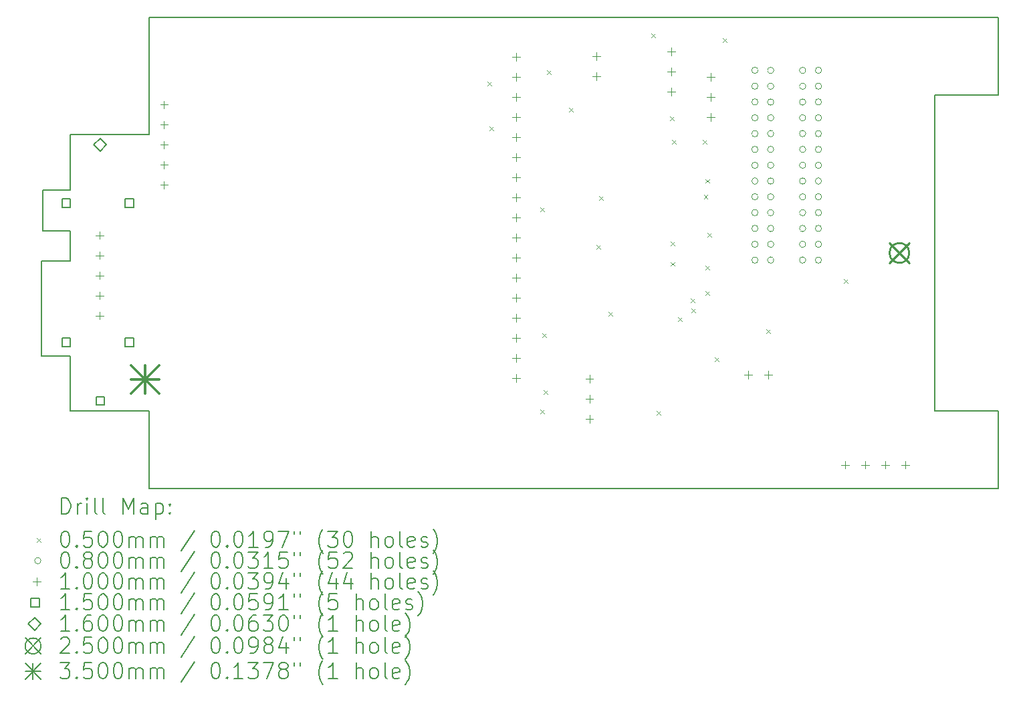
<source format=gbr>
%TF.GenerationSoftware,KiCad,Pcbnew,8.0.8+dfsg-1*%
%TF.CreationDate,2025-02-21T17:28:06+00:00*%
%TF.ProjectId,a4_to_adf10_econet,61345f74-6f5f-4616-9466-31305f65636f,rev?*%
%TF.SameCoordinates,Original*%
%TF.FileFunction,Drillmap*%
%TF.FilePolarity,Positive*%
%FSLAX45Y45*%
G04 Gerber Fmt 4.5, Leading zero omitted, Abs format (unit mm)*
G04 Created by KiCad (PCBNEW 8.0.8+dfsg-1) date 2025-02-21 17:28:06*
%MOMM*%
%LPD*%
G01*
G04 APERTURE LIST*
%ADD10C,0.200000*%
%ADD11C,0.100000*%
%ADD12C,0.150000*%
%ADD13C,0.160000*%
%ADD14C,0.250000*%
%ADD15C,0.350000*%
G04 APERTURE END LIST*
D10*
X12100000Y-2980000D02*
X11300000Y-2980000D01*
X11300000Y-6980000D01*
X12100000Y-6980000D01*
X12100000Y-7960000D01*
X1900000Y-7960000D01*
X1350000Y-7960000D01*
X1350000Y-6980000D01*
X350000Y-6980000D01*
X350000Y-6280000D01*
X-10000Y-6280000D01*
X-10000Y-5080000D01*
X350000Y-5080000D01*
X350000Y-4700000D01*
X0Y-4700000D01*
X0Y-4180000D01*
X350000Y-4180000D01*
X350000Y-3480000D01*
X1350000Y-3480000D01*
X1350000Y-2000000D01*
X12100000Y-2000000D01*
X12100000Y-2980000D01*
D11*
X5634999Y-2811999D02*
X5684999Y-2861999D01*
X5684999Y-2811999D02*
X5634999Y-2861999D01*
X5656000Y-3378750D02*
X5706000Y-3428750D01*
X5706000Y-3378750D02*
X5656000Y-3428750D01*
X6300000Y-6965000D02*
X6350000Y-7015000D01*
X6350000Y-6965000D02*
X6300000Y-7015000D01*
X6304000Y-4404000D02*
X6354000Y-4454000D01*
X6354000Y-4404000D02*
X6304000Y-4454000D01*
X6325000Y-5995000D02*
X6375000Y-6045000D01*
X6375000Y-5995000D02*
X6325000Y-6045000D01*
X6346262Y-6713262D02*
X6396262Y-6763262D01*
X6396262Y-6713262D02*
X6346262Y-6763262D01*
X6385000Y-2670000D02*
X6435000Y-2720000D01*
X6435000Y-2670000D02*
X6385000Y-2720000D01*
X6670000Y-3145000D02*
X6720000Y-3195000D01*
X6720000Y-3145000D02*
X6670000Y-3195000D01*
X7017000Y-4879000D02*
X7067000Y-4929000D01*
X7067000Y-4879000D02*
X7017000Y-4929000D01*
X7045000Y-4264000D02*
X7095000Y-4314000D01*
X7095000Y-4264000D02*
X7045000Y-4314000D01*
X7170000Y-5729000D02*
X7220000Y-5779000D01*
X7220000Y-5729000D02*
X7170000Y-5779000D01*
X7710000Y-2200000D02*
X7760000Y-2250000D01*
X7760000Y-2200000D02*
X7710000Y-2250000D01*
X7778000Y-6981000D02*
X7828000Y-7031000D01*
X7828000Y-6981000D02*
X7778000Y-7031000D01*
X7949000Y-3251000D02*
X7999000Y-3301000D01*
X7999000Y-3251000D02*
X7949000Y-3301000D01*
X7955000Y-4835000D02*
X8005000Y-4885000D01*
X8005000Y-4835000D02*
X7955000Y-4885000D01*
X7955000Y-5095000D02*
X8005000Y-5145000D01*
X8005000Y-5095000D02*
X7955000Y-5145000D01*
X7973000Y-3551000D02*
X8023000Y-3601000D01*
X8023000Y-3551000D02*
X7973000Y-3601000D01*
X8045000Y-5795000D02*
X8095000Y-5845000D01*
X8095000Y-5795000D02*
X8045000Y-5845000D01*
X8208000Y-5553813D02*
X8258000Y-5603813D01*
X8258000Y-5553813D02*
X8208000Y-5603813D01*
X8220000Y-5685000D02*
X8270000Y-5735000D01*
X8270000Y-5685000D02*
X8220000Y-5735000D01*
X8359127Y-3548774D02*
X8409127Y-3598774D01*
X8409127Y-3548774D02*
X8359127Y-3598774D01*
X8373000Y-4245000D02*
X8423000Y-4295000D01*
X8423000Y-4245000D02*
X8373000Y-4295000D01*
X8393000Y-5460000D02*
X8443000Y-5510000D01*
X8443000Y-5460000D02*
X8393000Y-5510000D01*
X8397000Y-5142000D02*
X8447000Y-5192000D01*
X8447000Y-5142000D02*
X8397000Y-5192000D01*
X8398000Y-4045000D02*
X8448000Y-4095000D01*
X8448000Y-4045000D02*
X8398000Y-4095000D01*
X8419000Y-4728000D02*
X8469000Y-4778000D01*
X8469000Y-4728000D02*
X8419000Y-4778000D01*
X8510000Y-6304000D02*
X8560000Y-6354000D01*
X8560000Y-6304000D02*
X8510000Y-6354000D01*
X8616000Y-2265000D02*
X8666000Y-2315000D01*
X8666000Y-2265000D02*
X8616000Y-2315000D01*
X9167125Y-5945000D02*
X9217125Y-5995000D01*
X9217125Y-5945000D02*
X9167125Y-5995000D01*
X10150000Y-5312000D02*
X10200000Y-5362000D01*
X10200000Y-5312000D02*
X10150000Y-5362000D01*
X9060000Y-2670000D02*
G75*
G02*
X8980000Y-2670000I-40000J0D01*
G01*
X8980000Y-2670000D02*
G75*
G02*
X9060000Y-2670000I40000J0D01*
G01*
X9060000Y-2870000D02*
G75*
G02*
X8980000Y-2870000I-40000J0D01*
G01*
X8980000Y-2870000D02*
G75*
G02*
X9060000Y-2870000I40000J0D01*
G01*
X9060000Y-3070000D02*
G75*
G02*
X8980000Y-3070000I-40000J0D01*
G01*
X8980000Y-3070000D02*
G75*
G02*
X9060000Y-3070000I40000J0D01*
G01*
X9060000Y-3270000D02*
G75*
G02*
X8980000Y-3270000I-40000J0D01*
G01*
X8980000Y-3270000D02*
G75*
G02*
X9060000Y-3270000I40000J0D01*
G01*
X9060000Y-3470000D02*
G75*
G02*
X8980000Y-3470000I-40000J0D01*
G01*
X8980000Y-3470000D02*
G75*
G02*
X9060000Y-3470000I40000J0D01*
G01*
X9060000Y-3670000D02*
G75*
G02*
X8980000Y-3670000I-40000J0D01*
G01*
X8980000Y-3670000D02*
G75*
G02*
X9060000Y-3670000I40000J0D01*
G01*
X9060000Y-3870000D02*
G75*
G02*
X8980000Y-3870000I-40000J0D01*
G01*
X8980000Y-3870000D02*
G75*
G02*
X9060000Y-3870000I40000J0D01*
G01*
X9060000Y-4070000D02*
G75*
G02*
X8980000Y-4070000I-40000J0D01*
G01*
X8980000Y-4070000D02*
G75*
G02*
X9060000Y-4070000I40000J0D01*
G01*
X9060000Y-4270000D02*
G75*
G02*
X8980000Y-4270000I-40000J0D01*
G01*
X8980000Y-4270000D02*
G75*
G02*
X9060000Y-4270000I40000J0D01*
G01*
X9060000Y-4470000D02*
G75*
G02*
X8980000Y-4470000I-40000J0D01*
G01*
X8980000Y-4470000D02*
G75*
G02*
X9060000Y-4470000I40000J0D01*
G01*
X9060000Y-4670000D02*
G75*
G02*
X8980000Y-4670000I-40000J0D01*
G01*
X8980000Y-4670000D02*
G75*
G02*
X9060000Y-4670000I40000J0D01*
G01*
X9060000Y-4870000D02*
G75*
G02*
X8980000Y-4870000I-40000J0D01*
G01*
X8980000Y-4870000D02*
G75*
G02*
X9060000Y-4870000I40000J0D01*
G01*
X9060000Y-5070000D02*
G75*
G02*
X8980000Y-5070000I-40000J0D01*
G01*
X8980000Y-5070000D02*
G75*
G02*
X9060000Y-5070000I40000J0D01*
G01*
X9260000Y-2670000D02*
G75*
G02*
X9180000Y-2670000I-40000J0D01*
G01*
X9180000Y-2670000D02*
G75*
G02*
X9260000Y-2670000I40000J0D01*
G01*
X9260000Y-2870000D02*
G75*
G02*
X9180000Y-2870000I-40000J0D01*
G01*
X9180000Y-2870000D02*
G75*
G02*
X9260000Y-2870000I40000J0D01*
G01*
X9260000Y-3070000D02*
G75*
G02*
X9180000Y-3070000I-40000J0D01*
G01*
X9180000Y-3070000D02*
G75*
G02*
X9260000Y-3070000I40000J0D01*
G01*
X9260000Y-3270000D02*
G75*
G02*
X9180000Y-3270000I-40000J0D01*
G01*
X9180000Y-3270000D02*
G75*
G02*
X9260000Y-3270000I40000J0D01*
G01*
X9260000Y-3470000D02*
G75*
G02*
X9180000Y-3470000I-40000J0D01*
G01*
X9180000Y-3470000D02*
G75*
G02*
X9260000Y-3470000I40000J0D01*
G01*
X9260000Y-3670000D02*
G75*
G02*
X9180000Y-3670000I-40000J0D01*
G01*
X9180000Y-3670000D02*
G75*
G02*
X9260000Y-3670000I40000J0D01*
G01*
X9260000Y-3870000D02*
G75*
G02*
X9180000Y-3870000I-40000J0D01*
G01*
X9180000Y-3870000D02*
G75*
G02*
X9260000Y-3870000I40000J0D01*
G01*
X9260000Y-4070000D02*
G75*
G02*
X9180000Y-4070000I-40000J0D01*
G01*
X9180000Y-4070000D02*
G75*
G02*
X9260000Y-4070000I40000J0D01*
G01*
X9260000Y-4270000D02*
G75*
G02*
X9180000Y-4270000I-40000J0D01*
G01*
X9180000Y-4270000D02*
G75*
G02*
X9260000Y-4270000I40000J0D01*
G01*
X9260000Y-4470000D02*
G75*
G02*
X9180000Y-4470000I-40000J0D01*
G01*
X9180000Y-4470000D02*
G75*
G02*
X9260000Y-4470000I40000J0D01*
G01*
X9260000Y-4670000D02*
G75*
G02*
X9180000Y-4670000I-40000J0D01*
G01*
X9180000Y-4670000D02*
G75*
G02*
X9260000Y-4670000I40000J0D01*
G01*
X9260000Y-4870000D02*
G75*
G02*
X9180000Y-4870000I-40000J0D01*
G01*
X9180000Y-4870000D02*
G75*
G02*
X9260000Y-4870000I40000J0D01*
G01*
X9260000Y-5070000D02*
G75*
G02*
X9180000Y-5070000I-40000J0D01*
G01*
X9180000Y-5070000D02*
G75*
G02*
X9260000Y-5070000I40000J0D01*
G01*
X9665000Y-2670000D02*
G75*
G02*
X9585000Y-2670000I-40000J0D01*
G01*
X9585000Y-2670000D02*
G75*
G02*
X9665000Y-2670000I40000J0D01*
G01*
X9665000Y-2870000D02*
G75*
G02*
X9585000Y-2870000I-40000J0D01*
G01*
X9585000Y-2870000D02*
G75*
G02*
X9665000Y-2870000I40000J0D01*
G01*
X9665000Y-3070000D02*
G75*
G02*
X9585000Y-3070000I-40000J0D01*
G01*
X9585000Y-3070000D02*
G75*
G02*
X9665000Y-3070000I40000J0D01*
G01*
X9665000Y-3270000D02*
G75*
G02*
X9585000Y-3270000I-40000J0D01*
G01*
X9585000Y-3270000D02*
G75*
G02*
X9665000Y-3270000I40000J0D01*
G01*
X9665000Y-3470000D02*
G75*
G02*
X9585000Y-3470000I-40000J0D01*
G01*
X9585000Y-3470000D02*
G75*
G02*
X9665000Y-3470000I40000J0D01*
G01*
X9665000Y-3670000D02*
G75*
G02*
X9585000Y-3670000I-40000J0D01*
G01*
X9585000Y-3670000D02*
G75*
G02*
X9665000Y-3670000I40000J0D01*
G01*
X9665000Y-3870000D02*
G75*
G02*
X9585000Y-3870000I-40000J0D01*
G01*
X9585000Y-3870000D02*
G75*
G02*
X9665000Y-3870000I40000J0D01*
G01*
X9665000Y-4070000D02*
G75*
G02*
X9585000Y-4070000I-40000J0D01*
G01*
X9585000Y-4070000D02*
G75*
G02*
X9665000Y-4070000I40000J0D01*
G01*
X9665000Y-4270000D02*
G75*
G02*
X9585000Y-4270000I-40000J0D01*
G01*
X9585000Y-4270000D02*
G75*
G02*
X9665000Y-4270000I40000J0D01*
G01*
X9665000Y-4470000D02*
G75*
G02*
X9585000Y-4470000I-40000J0D01*
G01*
X9585000Y-4470000D02*
G75*
G02*
X9665000Y-4470000I40000J0D01*
G01*
X9665000Y-4670000D02*
G75*
G02*
X9585000Y-4670000I-40000J0D01*
G01*
X9585000Y-4670000D02*
G75*
G02*
X9665000Y-4670000I40000J0D01*
G01*
X9665000Y-4870000D02*
G75*
G02*
X9585000Y-4870000I-40000J0D01*
G01*
X9585000Y-4870000D02*
G75*
G02*
X9665000Y-4870000I40000J0D01*
G01*
X9665000Y-5070000D02*
G75*
G02*
X9585000Y-5070000I-40000J0D01*
G01*
X9585000Y-5070000D02*
G75*
G02*
X9665000Y-5070000I40000J0D01*
G01*
X9865000Y-2670000D02*
G75*
G02*
X9785000Y-2670000I-40000J0D01*
G01*
X9785000Y-2670000D02*
G75*
G02*
X9865000Y-2670000I40000J0D01*
G01*
X9865000Y-2870000D02*
G75*
G02*
X9785000Y-2870000I-40000J0D01*
G01*
X9785000Y-2870000D02*
G75*
G02*
X9865000Y-2870000I40000J0D01*
G01*
X9865000Y-3070000D02*
G75*
G02*
X9785000Y-3070000I-40000J0D01*
G01*
X9785000Y-3070000D02*
G75*
G02*
X9865000Y-3070000I40000J0D01*
G01*
X9865000Y-3270000D02*
G75*
G02*
X9785000Y-3270000I-40000J0D01*
G01*
X9785000Y-3270000D02*
G75*
G02*
X9865000Y-3270000I40000J0D01*
G01*
X9865000Y-3470000D02*
G75*
G02*
X9785000Y-3470000I-40000J0D01*
G01*
X9785000Y-3470000D02*
G75*
G02*
X9865000Y-3470000I40000J0D01*
G01*
X9865000Y-3670000D02*
G75*
G02*
X9785000Y-3670000I-40000J0D01*
G01*
X9785000Y-3670000D02*
G75*
G02*
X9865000Y-3670000I40000J0D01*
G01*
X9865000Y-3870000D02*
G75*
G02*
X9785000Y-3870000I-40000J0D01*
G01*
X9785000Y-3870000D02*
G75*
G02*
X9865000Y-3870000I40000J0D01*
G01*
X9865000Y-4070000D02*
G75*
G02*
X9785000Y-4070000I-40000J0D01*
G01*
X9785000Y-4070000D02*
G75*
G02*
X9865000Y-4070000I40000J0D01*
G01*
X9865000Y-4270000D02*
G75*
G02*
X9785000Y-4270000I-40000J0D01*
G01*
X9785000Y-4270000D02*
G75*
G02*
X9865000Y-4270000I40000J0D01*
G01*
X9865000Y-4470000D02*
G75*
G02*
X9785000Y-4470000I-40000J0D01*
G01*
X9785000Y-4470000D02*
G75*
G02*
X9865000Y-4470000I40000J0D01*
G01*
X9865000Y-4670000D02*
G75*
G02*
X9785000Y-4670000I-40000J0D01*
G01*
X9785000Y-4670000D02*
G75*
G02*
X9865000Y-4670000I40000J0D01*
G01*
X9865000Y-4870000D02*
G75*
G02*
X9785000Y-4870000I-40000J0D01*
G01*
X9785000Y-4870000D02*
G75*
G02*
X9865000Y-4870000I40000J0D01*
G01*
X9865000Y-5070000D02*
G75*
G02*
X9785000Y-5070000I-40000J0D01*
G01*
X9785000Y-5070000D02*
G75*
G02*
X9865000Y-5070000I40000J0D01*
G01*
X720000Y-4706000D02*
X720000Y-4806000D01*
X670000Y-4756000D02*
X770000Y-4756000D01*
X720000Y-4960000D02*
X720000Y-5060000D01*
X670000Y-5010000D02*
X770000Y-5010000D01*
X720000Y-5214000D02*
X720000Y-5314000D01*
X670000Y-5264000D02*
X770000Y-5264000D01*
X720000Y-5468000D02*
X720000Y-5568000D01*
X670000Y-5518000D02*
X770000Y-5518000D01*
X720000Y-5722000D02*
X720000Y-5822000D01*
X670000Y-5772000D02*
X770000Y-5772000D01*
X1540000Y-3054000D02*
X1540000Y-3154000D01*
X1490000Y-3104000D02*
X1590000Y-3104000D01*
X1540000Y-3308000D02*
X1540000Y-3408000D01*
X1490000Y-3358000D02*
X1590000Y-3358000D01*
X1540000Y-3562000D02*
X1540000Y-3662000D01*
X1490000Y-3612000D02*
X1590000Y-3612000D01*
X1540000Y-3816000D02*
X1540000Y-3916000D01*
X1490000Y-3866000D02*
X1590000Y-3866000D01*
X1540000Y-4070000D02*
X1540000Y-4170000D01*
X1490000Y-4120000D02*
X1590000Y-4120000D01*
X5998000Y-2449000D02*
X5998000Y-2549000D01*
X5948000Y-2499000D02*
X6048000Y-2499000D01*
X5998000Y-2703000D02*
X5998000Y-2803000D01*
X5948000Y-2753000D02*
X6048000Y-2753000D01*
X5998000Y-2957000D02*
X5998000Y-3057000D01*
X5948000Y-3007000D02*
X6048000Y-3007000D01*
X5998000Y-3211000D02*
X5998000Y-3311000D01*
X5948000Y-3261000D02*
X6048000Y-3261000D01*
X5998000Y-3465000D02*
X5998000Y-3565000D01*
X5948000Y-3515000D02*
X6048000Y-3515000D01*
X5998000Y-3719000D02*
X5998000Y-3819000D01*
X5948000Y-3769000D02*
X6048000Y-3769000D01*
X5998000Y-3973000D02*
X5998000Y-4073000D01*
X5948000Y-4023000D02*
X6048000Y-4023000D01*
X5998000Y-4227000D02*
X5998000Y-4327000D01*
X5948000Y-4277000D02*
X6048000Y-4277000D01*
X5998000Y-4481000D02*
X5998000Y-4581000D01*
X5948000Y-4531000D02*
X6048000Y-4531000D01*
X5998000Y-4735000D02*
X5998000Y-4835000D01*
X5948000Y-4785000D02*
X6048000Y-4785000D01*
X5998000Y-4989000D02*
X5998000Y-5089000D01*
X5948000Y-5039000D02*
X6048000Y-5039000D01*
X5998000Y-5243000D02*
X5998000Y-5343000D01*
X5948000Y-5293000D02*
X6048000Y-5293000D01*
X5998000Y-5497000D02*
X5998000Y-5597000D01*
X5948000Y-5547000D02*
X6048000Y-5547000D01*
X5998000Y-5751000D02*
X5998000Y-5851000D01*
X5948000Y-5801000D02*
X6048000Y-5801000D01*
X5998000Y-6005000D02*
X5998000Y-6105000D01*
X5948000Y-6055000D02*
X6048000Y-6055000D01*
X5998000Y-6259000D02*
X5998000Y-6359000D01*
X5948000Y-6309000D02*
X6048000Y-6309000D01*
X5998000Y-6513000D02*
X5998000Y-6613000D01*
X5948000Y-6563000D02*
X6048000Y-6563000D01*
X6925000Y-6525000D02*
X6925000Y-6625000D01*
X6875000Y-6575000D02*
X6975000Y-6575000D01*
X6925000Y-6779000D02*
X6925000Y-6879000D01*
X6875000Y-6829000D02*
X6975000Y-6829000D01*
X6925000Y-7033000D02*
X6925000Y-7133000D01*
X6875000Y-7083000D02*
X6975000Y-7083000D01*
X7015000Y-2437500D02*
X7015000Y-2537500D01*
X6965000Y-2487500D02*
X7065000Y-2487500D01*
X7015000Y-2691500D02*
X7015000Y-2791500D01*
X6965000Y-2741500D02*
X7065000Y-2741500D01*
X7960000Y-2382000D02*
X7960000Y-2482000D01*
X7910000Y-2432000D02*
X8010000Y-2432000D01*
X7960000Y-2636000D02*
X7960000Y-2736000D01*
X7910000Y-2686000D02*
X8010000Y-2686000D01*
X7960000Y-2890000D02*
X7960000Y-2990000D01*
X7910000Y-2940000D02*
X8010000Y-2940000D01*
X8460000Y-2706000D02*
X8460000Y-2806000D01*
X8410000Y-2756000D02*
X8510000Y-2756000D01*
X8460000Y-2960000D02*
X8460000Y-3060000D01*
X8410000Y-3010000D02*
X8510000Y-3010000D01*
X8460000Y-3214000D02*
X8460000Y-3314000D01*
X8410000Y-3264000D02*
X8510000Y-3264000D01*
X8936500Y-6468000D02*
X8936500Y-6568000D01*
X8886500Y-6518000D02*
X8986500Y-6518000D01*
X9190500Y-6468000D02*
X9190500Y-6568000D01*
X9140500Y-6518000D02*
X9240500Y-6518000D01*
X10162000Y-7610000D02*
X10162000Y-7710000D01*
X10112000Y-7660000D02*
X10212000Y-7660000D01*
X10416000Y-7610000D02*
X10416000Y-7710000D01*
X10366000Y-7660000D02*
X10466000Y-7660000D01*
X10670000Y-7610000D02*
X10670000Y-7710000D01*
X10620000Y-7660000D02*
X10720000Y-7660000D01*
X10924000Y-7610000D02*
X10924000Y-7710000D01*
X10874000Y-7660000D02*
X10974000Y-7660000D01*
D12*
X353033Y-4403034D02*
X353033Y-4296967D01*
X246966Y-4296967D01*
X246966Y-4403034D01*
X353033Y-4403034D01*
X353033Y-6163033D02*
X353033Y-6056966D01*
X246966Y-6056966D01*
X246966Y-6163033D01*
X353033Y-6163033D01*
X783033Y-6903033D02*
X783033Y-6796966D01*
X676967Y-6796966D01*
X676967Y-6903033D01*
X783033Y-6903033D01*
X1153034Y-4403034D02*
X1153034Y-4296967D01*
X1046966Y-4296967D01*
X1046966Y-4403034D01*
X1153034Y-4403034D01*
X1153034Y-6163033D02*
X1153034Y-6056966D01*
X1046966Y-6056966D01*
X1046966Y-6163033D01*
X1153034Y-6163033D01*
D13*
X730000Y-3690000D02*
X810000Y-3610000D01*
X730000Y-3530000D01*
X650000Y-3610000D01*
X730000Y-3690000D01*
D14*
X10725000Y-4855000D02*
X10975000Y-5105000D01*
X10975000Y-4855000D02*
X10725000Y-5105000D01*
X10975000Y-4980000D02*
G75*
G02*
X10725000Y-4980000I-125000J0D01*
G01*
X10725000Y-4980000D02*
G75*
G02*
X10975000Y-4980000I125000J0D01*
G01*
D15*
X1125000Y-6405000D02*
X1475000Y-6755000D01*
X1475000Y-6405000D02*
X1125000Y-6755000D01*
X1300000Y-6405000D02*
X1300000Y-6755000D01*
X1125000Y-6580000D02*
X1475000Y-6580000D01*
D10*
X240777Y-8281484D02*
X240777Y-8081484D01*
X240777Y-8081484D02*
X288396Y-8081484D01*
X288396Y-8081484D02*
X316967Y-8091008D01*
X316967Y-8091008D02*
X336015Y-8110055D01*
X336015Y-8110055D02*
X345539Y-8129103D01*
X345539Y-8129103D02*
X355062Y-8167198D01*
X355062Y-8167198D02*
X355062Y-8195769D01*
X355062Y-8195769D02*
X345539Y-8233865D01*
X345539Y-8233865D02*
X336015Y-8252912D01*
X336015Y-8252912D02*
X316967Y-8271960D01*
X316967Y-8271960D02*
X288396Y-8281484D01*
X288396Y-8281484D02*
X240777Y-8281484D01*
X440777Y-8281484D02*
X440777Y-8148150D01*
X440777Y-8186246D02*
X450301Y-8167198D01*
X450301Y-8167198D02*
X459824Y-8157674D01*
X459824Y-8157674D02*
X478872Y-8148150D01*
X478872Y-8148150D02*
X497920Y-8148150D01*
X564586Y-8281484D02*
X564586Y-8148150D01*
X564586Y-8081484D02*
X555063Y-8091008D01*
X555063Y-8091008D02*
X564586Y-8100531D01*
X564586Y-8100531D02*
X574110Y-8091008D01*
X574110Y-8091008D02*
X564586Y-8081484D01*
X564586Y-8081484D02*
X564586Y-8100531D01*
X688396Y-8281484D02*
X669348Y-8271960D01*
X669348Y-8271960D02*
X659824Y-8252912D01*
X659824Y-8252912D02*
X659824Y-8081484D01*
X793158Y-8281484D02*
X774110Y-8271960D01*
X774110Y-8271960D02*
X764586Y-8252912D01*
X764586Y-8252912D02*
X764586Y-8081484D01*
X1021729Y-8281484D02*
X1021729Y-8081484D01*
X1021729Y-8081484D02*
X1088396Y-8224341D01*
X1088396Y-8224341D02*
X1155063Y-8081484D01*
X1155063Y-8081484D02*
X1155063Y-8281484D01*
X1336015Y-8281484D02*
X1336015Y-8176722D01*
X1336015Y-8176722D02*
X1326491Y-8157674D01*
X1326491Y-8157674D02*
X1307444Y-8148150D01*
X1307444Y-8148150D02*
X1269348Y-8148150D01*
X1269348Y-8148150D02*
X1250301Y-8157674D01*
X1336015Y-8271960D02*
X1316967Y-8281484D01*
X1316967Y-8281484D02*
X1269348Y-8281484D01*
X1269348Y-8281484D02*
X1250301Y-8271960D01*
X1250301Y-8271960D02*
X1240777Y-8252912D01*
X1240777Y-8252912D02*
X1240777Y-8233865D01*
X1240777Y-8233865D02*
X1250301Y-8214817D01*
X1250301Y-8214817D02*
X1269348Y-8205293D01*
X1269348Y-8205293D02*
X1316967Y-8205293D01*
X1316967Y-8205293D02*
X1336015Y-8195769D01*
X1431253Y-8148150D02*
X1431253Y-8348150D01*
X1431253Y-8157674D02*
X1450301Y-8148150D01*
X1450301Y-8148150D02*
X1488396Y-8148150D01*
X1488396Y-8148150D02*
X1507443Y-8157674D01*
X1507443Y-8157674D02*
X1516967Y-8167198D01*
X1516967Y-8167198D02*
X1526491Y-8186246D01*
X1526491Y-8186246D02*
X1526491Y-8243388D01*
X1526491Y-8243388D02*
X1516967Y-8262436D01*
X1516967Y-8262436D02*
X1507443Y-8271960D01*
X1507443Y-8271960D02*
X1488396Y-8281484D01*
X1488396Y-8281484D02*
X1450301Y-8281484D01*
X1450301Y-8281484D02*
X1431253Y-8271960D01*
X1612205Y-8262436D02*
X1621729Y-8271960D01*
X1621729Y-8271960D02*
X1612205Y-8281484D01*
X1612205Y-8281484D02*
X1602682Y-8271960D01*
X1602682Y-8271960D02*
X1612205Y-8262436D01*
X1612205Y-8262436D02*
X1612205Y-8281484D01*
X1612205Y-8157674D02*
X1621729Y-8167198D01*
X1621729Y-8167198D02*
X1612205Y-8176722D01*
X1612205Y-8176722D02*
X1602682Y-8167198D01*
X1602682Y-8167198D02*
X1612205Y-8157674D01*
X1612205Y-8157674D02*
X1612205Y-8176722D01*
D11*
X-70000Y-8585000D02*
X-20000Y-8635000D01*
X-20000Y-8585000D02*
X-70000Y-8635000D01*
D10*
X278872Y-8501484D02*
X297920Y-8501484D01*
X297920Y-8501484D02*
X316967Y-8511008D01*
X316967Y-8511008D02*
X326491Y-8520531D01*
X326491Y-8520531D02*
X336015Y-8539579D01*
X336015Y-8539579D02*
X345539Y-8577674D01*
X345539Y-8577674D02*
X345539Y-8625293D01*
X345539Y-8625293D02*
X336015Y-8663389D01*
X336015Y-8663389D02*
X326491Y-8682436D01*
X326491Y-8682436D02*
X316967Y-8691960D01*
X316967Y-8691960D02*
X297920Y-8701484D01*
X297920Y-8701484D02*
X278872Y-8701484D01*
X278872Y-8701484D02*
X259824Y-8691960D01*
X259824Y-8691960D02*
X250301Y-8682436D01*
X250301Y-8682436D02*
X240777Y-8663389D01*
X240777Y-8663389D02*
X231253Y-8625293D01*
X231253Y-8625293D02*
X231253Y-8577674D01*
X231253Y-8577674D02*
X240777Y-8539579D01*
X240777Y-8539579D02*
X250301Y-8520531D01*
X250301Y-8520531D02*
X259824Y-8511008D01*
X259824Y-8511008D02*
X278872Y-8501484D01*
X431253Y-8682436D02*
X440777Y-8691960D01*
X440777Y-8691960D02*
X431253Y-8701484D01*
X431253Y-8701484D02*
X421729Y-8691960D01*
X421729Y-8691960D02*
X431253Y-8682436D01*
X431253Y-8682436D02*
X431253Y-8701484D01*
X621729Y-8501484D02*
X526491Y-8501484D01*
X526491Y-8501484D02*
X516967Y-8596722D01*
X516967Y-8596722D02*
X526491Y-8587198D01*
X526491Y-8587198D02*
X545539Y-8577674D01*
X545539Y-8577674D02*
X593158Y-8577674D01*
X593158Y-8577674D02*
X612205Y-8587198D01*
X612205Y-8587198D02*
X621729Y-8596722D01*
X621729Y-8596722D02*
X631253Y-8615770D01*
X631253Y-8615770D02*
X631253Y-8663389D01*
X631253Y-8663389D02*
X621729Y-8682436D01*
X621729Y-8682436D02*
X612205Y-8691960D01*
X612205Y-8691960D02*
X593158Y-8701484D01*
X593158Y-8701484D02*
X545539Y-8701484D01*
X545539Y-8701484D02*
X526491Y-8691960D01*
X526491Y-8691960D02*
X516967Y-8682436D01*
X755062Y-8501484D02*
X774110Y-8501484D01*
X774110Y-8501484D02*
X793158Y-8511008D01*
X793158Y-8511008D02*
X802682Y-8520531D01*
X802682Y-8520531D02*
X812205Y-8539579D01*
X812205Y-8539579D02*
X821729Y-8577674D01*
X821729Y-8577674D02*
X821729Y-8625293D01*
X821729Y-8625293D02*
X812205Y-8663389D01*
X812205Y-8663389D02*
X802682Y-8682436D01*
X802682Y-8682436D02*
X793158Y-8691960D01*
X793158Y-8691960D02*
X774110Y-8701484D01*
X774110Y-8701484D02*
X755062Y-8701484D01*
X755062Y-8701484D02*
X736015Y-8691960D01*
X736015Y-8691960D02*
X726491Y-8682436D01*
X726491Y-8682436D02*
X716967Y-8663389D01*
X716967Y-8663389D02*
X707443Y-8625293D01*
X707443Y-8625293D02*
X707443Y-8577674D01*
X707443Y-8577674D02*
X716967Y-8539579D01*
X716967Y-8539579D02*
X726491Y-8520531D01*
X726491Y-8520531D02*
X736015Y-8511008D01*
X736015Y-8511008D02*
X755062Y-8501484D01*
X945539Y-8501484D02*
X964586Y-8501484D01*
X964586Y-8501484D02*
X983634Y-8511008D01*
X983634Y-8511008D02*
X993158Y-8520531D01*
X993158Y-8520531D02*
X1002682Y-8539579D01*
X1002682Y-8539579D02*
X1012205Y-8577674D01*
X1012205Y-8577674D02*
X1012205Y-8625293D01*
X1012205Y-8625293D02*
X1002682Y-8663389D01*
X1002682Y-8663389D02*
X993158Y-8682436D01*
X993158Y-8682436D02*
X983634Y-8691960D01*
X983634Y-8691960D02*
X964586Y-8701484D01*
X964586Y-8701484D02*
X945539Y-8701484D01*
X945539Y-8701484D02*
X926491Y-8691960D01*
X926491Y-8691960D02*
X916967Y-8682436D01*
X916967Y-8682436D02*
X907443Y-8663389D01*
X907443Y-8663389D02*
X897920Y-8625293D01*
X897920Y-8625293D02*
X897920Y-8577674D01*
X897920Y-8577674D02*
X907443Y-8539579D01*
X907443Y-8539579D02*
X916967Y-8520531D01*
X916967Y-8520531D02*
X926491Y-8511008D01*
X926491Y-8511008D02*
X945539Y-8501484D01*
X1097920Y-8701484D02*
X1097920Y-8568150D01*
X1097920Y-8587198D02*
X1107444Y-8577674D01*
X1107444Y-8577674D02*
X1126491Y-8568150D01*
X1126491Y-8568150D02*
X1155063Y-8568150D01*
X1155063Y-8568150D02*
X1174110Y-8577674D01*
X1174110Y-8577674D02*
X1183634Y-8596722D01*
X1183634Y-8596722D02*
X1183634Y-8701484D01*
X1183634Y-8596722D02*
X1193158Y-8577674D01*
X1193158Y-8577674D02*
X1212205Y-8568150D01*
X1212205Y-8568150D02*
X1240777Y-8568150D01*
X1240777Y-8568150D02*
X1259825Y-8577674D01*
X1259825Y-8577674D02*
X1269348Y-8596722D01*
X1269348Y-8596722D02*
X1269348Y-8701484D01*
X1364586Y-8701484D02*
X1364586Y-8568150D01*
X1364586Y-8587198D02*
X1374110Y-8577674D01*
X1374110Y-8577674D02*
X1393158Y-8568150D01*
X1393158Y-8568150D02*
X1421729Y-8568150D01*
X1421729Y-8568150D02*
X1440777Y-8577674D01*
X1440777Y-8577674D02*
X1450301Y-8596722D01*
X1450301Y-8596722D02*
X1450301Y-8701484D01*
X1450301Y-8596722D02*
X1459824Y-8577674D01*
X1459824Y-8577674D02*
X1478872Y-8568150D01*
X1478872Y-8568150D02*
X1507443Y-8568150D01*
X1507443Y-8568150D02*
X1526491Y-8577674D01*
X1526491Y-8577674D02*
X1536015Y-8596722D01*
X1536015Y-8596722D02*
X1536015Y-8701484D01*
X1926491Y-8491960D02*
X1755063Y-8749103D01*
X2183634Y-8501484D02*
X2202682Y-8501484D01*
X2202682Y-8501484D02*
X2221729Y-8511008D01*
X2221729Y-8511008D02*
X2231253Y-8520531D01*
X2231253Y-8520531D02*
X2240777Y-8539579D01*
X2240777Y-8539579D02*
X2250301Y-8577674D01*
X2250301Y-8577674D02*
X2250301Y-8625293D01*
X2250301Y-8625293D02*
X2240777Y-8663389D01*
X2240777Y-8663389D02*
X2231253Y-8682436D01*
X2231253Y-8682436D02*
X2221729Y-8691960D01*
X2221729Y-8691960D02*
X2202682Y-8701484D01*
X2202682Y-8701484D02*
X2183634Y-8701484D01*
X2183634Y-8701484D02*
X2164587Y-8691960D01*
X2164587Y-8691960D02*
X2155063Y-8682436D01*
X2155063Y-8682436D02*
X2145539Y-8663389D01*
X2145539Y-8663389D02*
X2136015Y-8625293D01*
X2136015Y-8625293D02*
X2136015Y-8577674D01*
X2136015Y-8577674D02*
X2145539Y-8539579D01*
X2145539Y-8539579D02*
X2155063Y-8520531D01*
X2155063Y-8520531D02*
X2164587Y-8511008D01*
X2164587Y-8511008D02*
X2183634Y-8501484D01*
X2336015Y-8682436D02*
X2345539Y-8691960D01*
X2345539Y-8691960D02*
X2336015Y-8701484D01*
X2336015Y-8701484D02*
X2326491Y-8691960D01*
X2326491Y-8691960D02*
X2336015Y-8682436D01*
X2336015Y-8682436D02*
X2336015Y-8701484D01*
X2469348Y-8501484D02*
X2488396Y-8501484D01*
X2488396Y-8501484D02*
X2507444Y-8511008D01*
X2507444Y-8511008D02*
X2516968Y-8520531D01*
X2516968Y-8520531D02*
X2526491Y-8539579D01*
X2526491Y-8539579D02*
X2536015Y-8577674D01*
X2536015Y-8577674D02*
X2536015Y-8625293D01*
X2536015Y-8625293D02*
X2526491Y-8663389D01*
X2526491Y-8663389D02*
X2516968Y-8682436D01*
X2516968Y-8682436D02*
X2507444Y-8691960D01*
X2507444Y-8691960D02*
X2488396Y-8701484D01*
X2488396Y-8701484D02*
X2469348Y-8701484D01*
X2469348Y-8701484D02*
X2450301Y-8691960D01*
X2450301Y-8691960D02*
X2440777Y-8682436D01*
X2440777Y-8682436D02*
X2431253Y-8663389D01*
X2431253Y-8663389D02*
X2421729Y-8625293D01*
X2421729Y-8625293D02*
X2421729Y-8577674D01*
X2421729Y-8577674D02*
X2431253Y-8539579D01*
X2431253Y-8539579D02*
X2440777Y-8520531D01*
X2440777Y-8520531D02*
X2450301Y-8511008D01*
X2450301Y-8511008D02*
X2469348Y-8501484D01*
X2726491Y-8701484D02*
X2612206Y-8701484D01*
X2669348Y-8701484D02*
X2669348Y-8501484D01*
X2669348Y-8501484D02*
X2650301Y-8530055D01*
X2650301Y-8530055D02*
X2631253Y-8549103D01*
X2631253Y-8549103D02*
X2612206Y-8558627D01*
X2821729Y-8701484D02*
X2859825Y-8701484D01*
X2859825Y-8701484D02*
X2878872Y-8691960D01*
X2878872Y-8691960D02*
X2888396Y-8682436D01*
X2888396Y-8682436D02*
X2907444Y-8653865D01*
X2907444Y-8653865D02*
X2916967Y-8615770D01*
X2916967Y-8615770D02*
X2916967Y-8539579D01*
X2916967Y-8539579D02*
X2907444Y-8520531D01*
X2907444Y-8520531D02*
X2897920Y-8511008D01*
X2897920Y-8511008D02*
X2878872Y-8501484D01*
X2878872Y-8501484D02*
X2840777Y-8501484D01*
X2840777Y-8501484D02*
X2821729Y-8511008D01*
X2821729Y-8511008D02*
X2812206Y-8520531D01*
X2812206Y-8520531D02*
X2802682Y-8539579D01*
X2802682Y-8539579D02*
X2802682Y-8587198D01*
X2802682Y-8587198D02*
X2812206Y-8606246D01*
X2812206Y-8606246D02*
X2821729Y-8615770D01*
X2821729Y-8615770D02*
X2840777Y-8625293D01*
X2840777Y-8625293D02*
X2878872Y-8625293D01*
X2878872Y-8625293D02*
X2897920Y-8615770D01*
X2897920Y-8615770D02*
X2907444Y-8606246D01*
X2907444Y-8606246D02*
X2916967Y-8587198D01*
X2983634Y-8501484D02*
X3116967Y-8501484D01*
X3116967Y-8501484D02*
X3031253Y-8701484D01*
X3183634Y-8501484D02*
X3183634Y-8539579D01*
X3259825Y-8501484D02*
X3259825Y-8539579D01*
X3555063Y-8777674D02*
X3545539Y-8768150D01*
X3545539Y-8768150D02*
X3526491Y-8739579D01*
X3526491Y-8739579D02*
X3516968Y-8720531D01*
X3516968Y-8720531D02*
X3507444Y-8691960D01*
X3507444Y-8691960D02*
X3497920Y-8644341D01*
X3497920Y-8644341D02*
X3497920Y-8606246D01*
X3497920Y-8606246D02*
X3507444Y-8558627D01*
X3507444Y-8558627D02*
X3516968Y-8530055D01*
X3516968Y-8530055D02*
X3526491Y-8511008D01*
X3526491Y-8511008D02*
X3545539Y-8482436D01*
X3545539Y-8482436D02*
X3555063Y-8472912D01*
X3612206Y-8501484D02*
X3736015Y-8501484D01*
X3736015Y-8501484D02*
X3669348Y-8577674D01*
X3669348Y-8577674D02*
X3697920Y-8577674D01*
X3697920Y-8577674D02*
X3716968Y-8587198D01*
X3716968Y-8587198D02*
X3726491Y-8596722D01*
X3726491Y-8596722D02*
X3736015Y-8615770D01*
X3736015Y-8615770D02*
X3736015Y-8663389D01*
X3736015Y-8663389D02*
X3726491Y-8682436D01*
X3726491Y-8682436D02*
X3716968Y-8691960D01*
X3716968Y-8691960D02*
X3697920Y-8701484D01*
X3697920Y-8701484D02*
X3640777Y-8701484D01*
X3640777Y-8701484D02*
X3621729Y-8691960D01*
X3621729Y-8691960D02*
X3612206Y-8682436D01*
X3859825Y-8501484D02*
X3878872Y-8501484D01*
X3878872Y-8501484D02*
X3897920Y-8511008D01*
X3897920Y-8511008D02*
X3907444Y-8520531D01*
X3907444Y-8520531D02*
X3916968Y-8539579D01*
X3916968Y-8539579D02*
X3926491Y-8577674D01*
X3926491Y-8577674D02*
X3926491Y-8625293D01*
X3926491Y-8625293D02*
X3916968Y-8663389D01*
X3916968Y-8663389D02*
X3907444Y-8682436D01*
X3907444Y-8682436D02*
X3897920Y-8691960D01*
X3897920Y-8691960D02*
X3878872Y-8701484D01*
X3878872Y-8701484D02*
X3859825Y-8701484D01*
X3859825Y-8701484D02*
X3840777Y-8691960D01*
X3840777Y-8691960D02*
X3831253Y-8682436D01*
X3831253Y-8682436D02*
X3821729Y-8663389D01*
X3821729Y-8663389D02*
X3812206Y-8625293D01*
X3812206Y-8625293D02*
X3812206Y-8577674D01*
X3812206Y-8577674D02*
X3821729Y-8539579D01*
X3821729Y-8539579D02*
X3831253Y-8520531D01*
X3831253Y-8520531D02*
X3840777Y-8511008D01*
X3840777Y-8511008D02*
X3859825Y-8501484D01*
X4164587Y-8701484D02*
X4164587Y-8501484D01*
X4250301Y-8701484D02*
X4250301Y-8596722D01*
X4250301Y-8596722D02*
X4240777Y-8577674D01*
X4240777Y-8577674D02*
X4221730Y-8568150D01*
X4221730Y-8568150D02*
X4193158Y-8568150D01*
X4193158Y-8568150D02*
X4174110Y-8577674D01*
X4174110Y-8577674D02*
X4164587Y-8587198D01*
X4374111Y-8701484D02*
X4355063Y-8691960D01*
X4355063Y-8691960D02*
X4345539Y-8682436D01*
X4345539Y-8682436D02*
X4336015Y-8663389D01*
X4336015Y-8663389D02*
X4336015Y-8606246D01*
X4336015Y-8606246D02*
X4345539Y-8587198D01*
X4345539Y-8587198D02*
X4355063Y-8577674D01*
X4355063Y-8577674D02*
X4374111Y-8568150D01*
X4374111Y-8568150D02*
X4402682Y-8568150D01*
X4402682Y-8568150D02*
X4421730Y-8577674D01*
X4421730Y-8577674D02*
X4431253Y-8587198D01*
X4431253Y-8587198D02*
X4440777Y-8606246D01*
X4440777Y-8606246D02*
X4440777Y-8663389D01*
X4440777Y-8663389D02*
X4431253Y-8682436D01*
X4431253Y-8682436D02*
X4421730Y-8691960D01*
X4421730Y-8691960D02*
X4402682Y-8701484D01*
X4402682Y-8701484D02*
X4374111Y-8701484D01*
X4555063Y-8701484D02*
X4536015Y-8691960D01*
X4536015Y-8691960D02*
X4526492Y-8672912D01*
X4526492Y-8672912D02*
X4526492Y-8501484D01*
X4707444Y-8691960D02*
X4688396Y-8701484D01*
X4688396Y-8701484D02*
X4650301Y-8701484D01*
X4650301Y-8701484D02*
X4631253Y-8691960D01*
X4631253Y-8691960D02*
X4621730Y-8672912D01*
X4621730Y-8672912D02*
X4621730Y-8596722D01*
X4621730Y-8596722D02*
X4631253Y-8577674D01*
X4631253Y-8577674D02*
X4650301Y-8568150D01*
X4650301Y-8568150D02*
X4688396Y-8568150D01*
X4688396Y-8568150D02*
X4707444Y-8577674D01*
X4707444Y-8577674D02*
X4716968Y-8596722D01*
X4716968Y-8596722D02*
X4716968Y-8615770D01*
X4716968Y-8615770D02*
X4621730Y-8634817D01*
X4793158Y-8691960D02*
X4812206Y-8701484D01*
X4812206Y-8701484D02*
X4850301Y-8701484D01*
X4850301Y-8701484D02*
X4869349Y-8691960D01*
X4869349Y-8691960D02*
X4878873Y-8672912D01*
X4878873Y-8672912D02*
X4878873Y-8663389D01*
X4878873Y-8663389D02*
X4869349Y-8644341D01*
X4869349Y-8644341D02*
X4850301Y-8634817D01*
X4850301Y-8634817D02*
X4821730Y-8634817D01*
X4821730Y-8634817D02*
X4802682Y-8625293D01*
X4802682Y-8625293D02*
X4793158Y-8606246D01*
X4793158Y-8606246D02*
X4793158Y-8596722D01*
X4793158Y-8596722D02*
X4802682Y-8577674D01*
X4802682Y-8577674D02*
X4821730Y-8568150D01*
X4821730Y-8568150D02*
X4850301Y-8568150D01*
X4850301Y-8568150D02*
X4869349Y-8577674D01*
X4945539Y-8777674D02*
X4955063Y-8768150D01*
X4955063Y-8768150D02*
X4974111Y-8739579D01*
X4974111Y-8739579D02*
X4983634Y-8720531D01*
X4983634Y-8720531D02*
X4993158Y-8691960D01*
X4993158Y-8691960D02*
X5002682Y-8644341D01*
X5002682Y-8644341D02*
X5002682Y-8606246D01*
X5002682Y-8606246D02*
X4993158Y-8558627D01*
X4993158Y-8558627D02*
X4983634Y-8530055D01*
X4983634Y-8530055D02*
X4974111Y-8511008D01*
X4974111Y-8511008D02*
X4955063Y-8482436D01*
X4955063Y-8482436D02*
X4945539Y-8472912D01*
D11*
X-20000Y-8874000D02*
G75*
G02*
X-100000Y-8874000I-40000J0D01*
G01*
X-100000Y-8874000D02*
G75*
G02*
X-20000Y-8874000I40000J0D01*
G01*
D10*
X278872Y-8765484D02*
X297920Y-8765484D01*
X297920Y-8765484D02*
X316967Y-8775008D01*
X316967Y-8775008D02*
X326491Y-8784531D01*
X326491Y-8784531D02*
X336015Y-8803579D01*
X336015Y-8803579D02*
X345539Y-8841674D01*
X345539Y-8841674D02*
X345539Y-8889293D01*
X345539Y-8889293D02*
X336015Y-8927389D01*
X336015Y-8927389D02*
X326491Y-8946436D01*
X326491Y-8946436D02*
X316967Y-8955960D01*
X316967Y-8955960D02*
X297920Y-8965484D01*
X297920Y-8965484D02*
X278872Y-8965484D01*
X278872Y-8965484D02*
X259824Y-8955960D01*
X259824Y-8955960D02*
X250301Y-8946436D01*
X250301Y-8946436D02*
X240777Y-8927389D01*
X240777Y-8927389D02*
X231253Y-8889293D01*
X231253Y-8889293D02*
X231253Y-8841674D01*
X231253Y-8841674D02*
X240777Y-8803579D01*
X240777Y-8803579D02*
X250301Y-8784531D01*
X250301Y-8784531D02*
X259824Y-8775008D01*
X259824Y-8775008D02*
X278872Y-8765484D01*
X431253Y-8946436D02*
X440777Y-8955960D01*
X440777Y-8955960D02*
X431253Y-8965484D01*
X431253Y-8965484D02*
X421729Y-8955960D01*
X421729Y-8955960D02*
X431253Y-8946436D01*
X431253Y-8946436D02*
X431253Y-8965484D01*
X555063Y-8851198D02*
X536015Y-8841674D01*
X536015Y-8841674D02*
X526491Y-8832150D01*
X526491Y-8832150D02*
X516967Y-8813103D01*
X516967Y-8813103D02*
X516967Y-8803579D01*
X516967Y-8803579D02*
X526491Y-8784531D01*
X526491Y-8784531D02*
X536015Y-8775008D01*
X536015Y-8775008D02*
X555063Y-8765484D01*
X555063Y-8765484D02*
X593158Y-8765484D01*
X593158Y-8765484D02*
X612205Y-8775008D01*
X612205Y-8775008D02*
X621729Y-8784531D01*
X621729Y-8784531D02*
X631253Y-8803579D01*
X631253Y-8803579D02*
X631253Y-8813103D01*
X631253Y-8813103D02*
X621729Y-8832150D01*
X621729Y-8832150D02*
X612205Y-8841674D01*
X612205Y-8841674D02*
X593158Y-8851198D01*
X593158Y-8851198D02*
X555063Y-8851198D01*
X555063Y-8851198D02*
X536015Y-8860722D01*
X536015Y-8860722D02*
X526491Y-8870246D01*
X526491Y-8870246D02*
X516967Y-8889293D01*
X516967Y-8889293D02*
X516967Y-8927389D01*
X516967Y-8927389D02*
X526491Y-8946436D01*
X526491Y-8946436D02*
X536015Y-8955960D01*
X536015Y-8955960D02*
X555063Y-8965484D01*
X555063Y-8965484D02*
X593158Y-8965484D01*
X593158Y-8965484D02*
X612205Y-8955960D01*
X612205Y-8955960D02*
X621729Y-8946436D01*
X621729Y-8946436D02*
X631253Y-8927389D01*
X631253Y-8927389D02*
X631253Y-8889293D01*
X631253Y-8889293D02*
X621729Y-8870246D01*
X621729Y-8870246D02*
X612205Y-8860722D01*
X612205Y-8860722D02*
X593158Y-8851198D01*
X755062Y-8765484D02*
X774110Y-8765484D01*
X774110Y-8765484D02*
X793158Y-8775008D01*
X793158Y-8775008D02*
X802682Y-8784531D01*
X802682Y-8784531D02*
X812205Y-8803579D01*
X812205Y-8803579D02*
X821729Y-8841674D01*
X821729Y-8841674D02*
X821729Y-8889293D01*
X821729Y-8889293D02*
X812205Y-8927389D01*
X812205Y-8927389D02*
X802682Y-8946436D01*
X802682Y-8946436D02*
X793158Y-8955960D01*
X793158Y-8955960D02*
X774110Y-8965484D01*
X774110Y-8965484D02*
X755062Y-8965484D01*
X755062Y-8965484D02*
X736015Y-8955960D01*
X736015Y-8955960D02*
X726491Y-8946436D01*
X726491Y-8946436D02*
X716967Y-8927389D01*
X716967Y-8927389D02*
X707443Y-8889293D01*
X707443Y-8889293D02*
X707443Y-8841674D01*
X707443Y-8841674D02*
X716967Y-8803579D01*
X716967Y-8803579D02*
X726491Y-8784531D01*
X726491Y-8784531D02*
X736015Y-8775008D01*
X736015Y-8775008D02*
X755062Y-8765484D01*
X945539Y-8765484D02*
X964586Y-8765484D01*
X964586Y-8765484D02*
X983634Y-8775008D01*
X983634Y-8775008D02*
X993158Y-8784531D01*
X993158Y-8784531D02*
X1002682Y-8803579D01*
X1002682Y-8803579D02*
X1012205Y-8841674D01*
X1012205Y-8841674D02*
X1012205Y-8889293D01*
X1012205Y-8889293D02*
X1002682Y-8927389D01*
X1002682Y-8927389D02*
X993158Y-8946436D01*
X993158Y-8946436D02*
X983634Y-8955960D01*
X983634Y-8955960D02*
X964586Y-8965484D01*
X964586Y-8965484D02*
X945539Y-8965484D01*
X945539Y-8965484D02*
X926491Y-8955960D01*
X926491Y-8955960D02*
X916967Y-8946436D01*
X916967Y-8946436D02*
X907443Y-8927389D01*
X907443Y-8927389D02*
X897920Y-8889293D01*
X897920Y-8889293D02*
X897920Y-8841674D01*
X897920Y-8841674D02*
X907443Y-8803579D01*
X907443Y-8803579D02*
X916967Y-8784531D01*
X916967Y-8784531D02*
X926491Y-8775008D01*
X926491Y-8775008D02*
X945539Y-8765484D01*
X1097920Y-8965484D02*
X1097920Y-8832150D01*
X1097920Y-8851198D02*
X1107444Y-8841674D01*
X1107444Y-8841674D02*
X1126491Y-8832150D01*
X1126491Y-8832150D02*
X1155063Y-8832150D01*
X1155063Y-8832150D02*
X1174110Y-8841674D01*
X1174110Y-8841674D02*
X1183634Y-8860722D01*
X1183634Y-8860722D02*
X1183634Y-8965484D01*
X1183634Y-8860722D02*
X1193158Y-8841674D01*
X1193158Y-8841674D02*
X1212205Y-8832150D01*
X1212205Y-8832150D02*
X1240777Y-8832150D01*
X1240777Y-8832150D02*
X1259825Y-8841674D01*
X1259825Y-8841674D02*
X1269348Y-8860722D01*
X1269348Y-8860722D02*
X1269348Y-8965484D01*
X1364586Y-8965484D02*
X1364586Y-8832150D01*
X1364586Y-8851198D02*
X1374110Y-8841674D01*
X1374110Y-8841674D02*
X1393158Y-8832150D01*
X1393158Y-8832150D02*
X1421729Y-8832150D01*
X1421729Y-8832150D02*
X1440777Y-8841674D01*
X1440777Y-8841674D02*
X1450301Y-8860722D01*
X1450301Y-8860722D02*
X1450301Y-8965484D01*
X1450301Y-8860722D02*
X1459824Y-8841674D01*
X1459824Y-8841674D02*
X1478872Y-8832150D01*
X1478872Y-8832150D02*
X1507443Y-8832150D01*
X1507443Y-8832150D02*
X1526491Y-8841674D01*
X1526491Y-8841674D02*
X1536015Y-8860722D01*
X1536015Y-8860722D02*
X1536015Y-8965484D01*
X1926491Y-8755960D02*
X1755063Y-9013103D01*
X2183634Y-8765484D02*
X2202682Y-8765484D01*
X2202682Y-8765484D02*
X2221729Y-8775008D01*
X2221729Y-8775008D02*
X2231253Y-8784531D01*
X2231253Y-8784531D02*
X2240777Y-8803579D01*
X2240777Y-8803579D02*
X2250301Y-8841674D01*
X2250301Y-8841674D02*
X2250301Y-8889293D01*
X2250301Y-8889293D02*
X2240777Y-8927389D01*
X2240777Y-8927389D02*
X2231253Y-8946436D01*
X2231253Y-8946436D02*
X2221729Y-8955960D01*
X2221729Y-8955960D02*
X2202682Y-8965484D01*
X2202682Y-8965484D02*
X2183634Y-8965484D01*
X2183634Y-8965484D02*
X2164587Y-8955960D01*
X2164587Y-8955960D02*
X2155063Y-8946436D01*
X2155063Y-8946436D02*
X2145539Y-8927389D01*
X2145539Y-8927389D02*
X2136015Y-8889293D01*
X2136015Y-8889293D02*
X2136015Y-8841674D01*
X2136015Y-8841674D02*
X2145539Y-8803579D01*
X2145539Y-8803579D02*
X2155063Y-8784531D01*
X2155063Y-8784531D02*
X2164587Y-8775008D01*
X2164587Y-8775008D02*
X2183634Y-8765484D01*
X2336015Y-8946436D02*
X2345539Y-8955960D01*
X2345539Y-8955960D02*
X2336015Y-8965484D01*
X2336015Y-8965484D02*
X2326491Y-8955960D01*
X2326491Y-8955960D02*
X2336015Y-8946436D01*
X2336015Y-8946436D02*
X2336015Y-8965484D01*
X2469348Y-8765484D02*
X2488396Y-8765484D01*
X2488396Y-8765484D02*
X2507444Y-8775008D01*
X2507444Y-8775008D02*
X2516968Y-8784531D01*
X2516968Y-8784531D02*
X2526491Y-8803579D01*
X2526491Y-8803579D02*
X2536015Y-8841674D01*
X2536015Y-8841674D02*
X2536015Y-8889293D01*
X2536015Y-8889293D02*
X2526491Y-8927389D01*
X2526491Y-8927389D02*
X2516968Y-8946436D01*
X2516968Y-8946436D02*
X2507444Y-8955960D01*
X2507444Y-8955960D02*
X2488396Y-8965484D01*
X2488396Y-8965484D02*
X2469348Y-8965484D01*
X2469348Y-8965484D02*
X2450301Y-8955960D01*
X2450301Y-8955960D02*
X2440777Y-8946436D01*
X2440777Y-8946436D02*
X2431253Y-8927389D01*
X2431253Y-8927389D02*
X2421729Y-8889293D01*
X2421729Y-8889293D02*
X2421729Y-8841674D01*
X2421729Y-8841674D02*
X2431253Y-8803579D01*
X2431253Y-8803579D02*
X2440777Y-8784531D01*
X2440777Y-8784531D02*
X2450301Y-8775008D01*
X2450301Y-8775008D02*
X2469348Y-8765484D01*
X2602682Y-8765484D02*
X2726491Y-8765484D01*
X2726491Y-8765484D02*
X2659825Y-8841674D01*
X2659825Y-8841674D02*
X2688396Y-8841674D01*
X2688396Y-8841674D02*
X2707444Y-8851198D01*
X2707444Y-8851198D02*
X2716968Y-8860722D01*
X2716968Y-8860722D02*
X2726491Y-8879770D01*
X2726491Y-8879770D02*
X2726491Y-8927389D01*
X2726491Y-8927389D02*
X2716968Y-8946436D01*
X2716968Y-8946436D02*
X2707444Y-8955960D01*
X2707444Y-8955960D02*
X2688396Y-8965484D01*
X2688396Y-8965484D02*
X2631253Y-8965484D01*
X2631253Y-8965484D02*
X2612206Y-8955960D01*
X2612206Y-8955960D02*
X2602682Y-8946436D01*
X2916967Y-8965484D02*
X2802682Y-8965484D01*
X2859825Y-8965484D02*
X2859825Y-8765484D01*
X2859825Y-8765484D02*
X2840777Y-8794055D01*
X2840777Y-8794055D02*
X2821729Y-8813103D01*
X2821729Y-8813103D02*
X2802682Y-8822627D01*
X3097920Y-8765484D02*
X3002682Y-8765484D01*
X3002682Y-8765484D02*
X2993158Y-8860722D01*
X2993158Y-8860722D02*
X3002682Y-8851198D01*
X3002682Y-8851198D02*
X3021729Y-8841674D01*
X3021729Y-8841674D02*
X3069348Y-8841674D01*
X3069348Y-8841674D02*
X3088396Y-8851198D01*
X3088396Y-8851198D02*
X3097920Y-8860722D01*
X3097920Y-8860722D02*
X3107444Y-8879770D01*
X3107444Y-8879770D02*
X3107444Y-8927389D01*
X3107444Y-8927389D02*
X3097920Y-8946436D01*
X3097920Y-8946436D02*
X3088396Y-8955960D01*
X3088396Y-8955960D02*
X3069348Y-8965484D01*
X3069348Y-8965484D02*
X3021729Y-8965484D01*
X3021729Y-8965484D02*
X3002682Y-8955960D01*
X3002682Y-8955960D02*
X2993158Y-8946436D01*
X3183634Y-8765484D02*
X3183634Y-8803579D01*
X3259825Y-8765484D02*
X3259825Y-8803579D01*
X3555063Y-9041674D02*
X3545539Y-9032150D01*
X3545539Y-9032150D02*
X3526491Y-9003579D01*
X3526491Y-9003579D02*
X3516968Y-8984531D01*
X3516968Y-8984531D02*
X3507444Y-8955960D01*
X3507444Y-8955960D02*
X3497920Y-8908341D01*
X3497920Y-8908341D02*
X3497920Y-8870246D01*
X3497920Y-8870246D02*
X3507444Y-8822627D01*
X3507444Y-8822627D02*
X3516968Y-8794055D01*
X3516968Y-8794055D02*
X3526491Y-8775008D01*
X3526491Y-8775008D02*
X3545539Y-8746436D01*
X3545539Y-8746436D02*
X3555063Y-8736912D01*
X3726491Y-8765484D02*
X3631253Y-8765484D01*
X3631253Y-8765484D02*
X3621729Y-8860722D01*
X3621729Y-8860722D02*
X3631253Y-8851198D01*
X3631253Y-8851198D02*
X3650301Y-8841674D01*
X3650301Y-8841674D02*
X3697920Y-8841674D01*
X3697920Y-8841674D02*
X3716968Y-8851198D01*
X3716968Y-8851198D02*
X3726491Y-8860722D01*
X3726491Y-8860722D02*
X3736015Y-8879770D01*
X3736015Y-8879770D02*
X3736015Y-8927389D01*
X3736015Y-8927389D02*
X3726491Y-8946436D01*
X3726491Y-8946436D02*
X3716968Y-8955960D01*
X3716968Y-8955960D02*
X3697920Y-8965484D01*
X3697920Y-8965484D02*
X3650301Y-8965484D01*
X3650301Y-8965484D02*
X3631253Y-8955960D01*
X3631253Y-8955960D02*
X3621729Y-8946436D01*
X3812206Y-8784531D02*
X3821729Y-8775008D01*
X3821729Y-8775008D02*
X3840777Y-8765484D01*
X3840777Y-8765484D02*
X3888396Y-8765484D01*
X3888396Y-8765484D02*
X3907444Y-8775008D01*
X3907444Y-8775008D02*
X3916968Y-8784531D01*
X3916968Y-8784531D02*
X3926491Y-8803579D01*
X3926491Y-8803579D02*
X3926491Y-8822627D01*
X3926491Y-8822627D02*
X3916968Y-8851198D01*
X3916968Y-8851198D02*
X3802682Y-8965484D01*
X3802682Y-8965484D02*
X3926491Y-8965484D01*
X4164587Y-8965484D02*
X4164587Y-8765484D01*
X4250301Y-8965484D02*
X4250301Y-8860722D01*
X4250301Y-8860722D02*
X4240777Y-8841674D01*
X4240777Y-8841674D02*
X4221730Y-8832150D01*
X4221730Y-8832150D02*
X4193158Y-8832150D01*
X4193158Y-8832150D02*
X4174110Y-8841674D01*
X4174110Y-8841674D02*
X4164587Y-8851198D01*
X4374111Y-8965484D02*
X4355063Y-8955960D01*
X4355063Y-8955960D02*
X4345539Y-8946436D01*
X4345539Y-8946436D02*
X4336015Y-8927389D01*
X4336015Y-8927389D02*
X4336015Y-8870246D01*
X4336015Y-8870246D02*
X4345539Y-8851198D01*
X4345539Y-8851198D02*
X4355063Y-8841674D01*
X4355063Y-8841674D02*
X4374111Y-8832150D01*
X4374111Y-8832150D02*
X4402682Y-8832150D01*
X4402682Y-8832150D02*
X4421730Y-8841674D01*
X4421730Y-8841674D02*
X4431253Y-8851198D01*
X4431253Y-8851198D02*
X4440777Y-8870246D01*
X4440777Y-8870246D02*
X4440777Y-8927389D01*
X4440777Y-8927389D02*
X4431253Y-8946436D01*
X4431253Y-8946436D02*
X4421730Y-8955960D01*
X4421730Y-8955960D02*
X4402682Y-8965484D01*
X4402682Y-8965484D02*
X4374111Y-8965484D01*
X4555063Y-8965484D02*
X4536015Y-8955960D01*
X4536015Y-8955960D02*
X4526492Y-8936912D01*
X4526492Y-8936912D02*
X4526492Y-8765484D01*
X4707444Y-8955960D02*
X4688396Y-8965484D01*
X4688396Y-8965484D02*
X4650301Y-8965484D01*
X4650301Y-8965484D02*
X4631253Y-8955960D01*
X4631253Y-8955960D02*
X4621730Y-8936912D01*
X4621730Y-8936912D02*
X4621730Y-8860722D01*
X4621730Y-8860722D02*
X4631253Y-8841674D01*
X4631253Y-8841674D02*
X4650301Y-8832150D01*
X4650301Y-8832150D02*
X4688396Y-8832150D01*
X4688396Y-8832150D02*
X4707444Y-8841674D01*
X4707444Y-8841674D02*
X4716968Y-8860722D01*
X4716968Y-8860722D02*
X4716968Y-8879770D01*
X4716968Y-8879770D02*
X4621730Y-8898817D01*
X4793158Y-8955960D02*
X4812206Y-8965484D01*
X4812206Y-8965484D02*
X4850301Y-8965484D01*
X4850301Y-8965484D02*
X4869349Y-8955960D01*
X4869349Y-8955960D02*
X4878873Y-8936912D01*
X4878873Y-8936912D02*
X4878873Y-8927389D01*
X4878873Y-8927389D02*
X4869349Y-8908341D01*
X4869349Y-8908341D02*
X4850301Y-8898817D01*
X4850301Y-8898817D02*
X4821730Y-8898817D01*
X4821730Y-8898817D02*
X4802682Y-8889293D01*
X4802682Y-8889293D02*
X4793158Y-8870246D01*
X4793158Y-8870246D02*
X4793158Y-8860722D01*
X4793158Y-8860722D02*
X4802682Y-8841674D01*
X4802682Y-8841674D02*
X4821730Y-8832150D01*
X4821730Y-8832150D02*
X4850301Y-8832150D01*
X4850301Y-8832150D02*
X4869349Y-8841674D01*
X4945539Y-9041674D02*
X4955063Y-9032150D01*
X4955063Y-9032150D02*
X4974111Y-9003579D01*
X4974111Y-9003579D02*
X4983634Y-8984531D01*
X4983634Y-8984531D02*
X4993158Y-8955960D01*
X4993158Y-8955960D02*
X5002682Y-8908341D01*
X5002682Y-8908341D02*
X5002682Y-8870246D01*
X5002682Y-8870246D02*
X4993158Y-8822627D01*
X4993158Y-8822627D02*
X4983634Y-8794055D01*
X4983634Y-8794055D02*
X4974111Y-8775008D01*
X4974111Y-8775008D02*
X4955063Y-8746436D01*
X4955063Y-8746436D02*
X4945539Y-8736912D01*
D11*
X-70000Y-9088000D02*
X-70000Y-9188000D01*
X-120000Y-9138000D02*
X-20000Y-9138000D01*
D10*
X345539Y-9229484D02*
X231253Y-9229484D01*
X288396Y-9229484D02*
X288396Y-9029484D01*
X288396Y-9029484D02*
X269348Y-9058055D01*
X269348Y-9058055D02*
X250301Y-9077103D01*
X250301Y-9077103D02*
X231253Y-9086627D01*
X431253Y-9210436D02*
X440777Y-9219960D01*
X440777Y-9219960D02*
X431253Y-9229484D01*
X431253Y-9229484D02*
X421729Y-9219960D01*
X421729Y-9219960D02*
X431253Y-9210436D01*
X431253Y-9210436D02*
X431253Y-9229484D01*
X564586Y-9029484D02*
X583634Y-9029484D01*
X583634Y-9029484D02*
X602682Y-9039008D01*
X602682Y-9039008D02*
X612205Y-9048531D01*
X612205Y-9048531D02*
X621729Y-9067579D01*
X621729Y-9067579D02*
X631253Y-9105674D01*
X631253Y-9105674D02*
X631253Y-9153293D01*
X631253Y-9153293D02*
X621729Y-9191389D01*
X621729Y-9191389D02*
X612205Y-9210436D01*
X612205Y-9210436D02*
X602682Y-9219960D01*
X602682Y-9219960D02*
X583634Y-9229484D01*
X583634Y-9229484D02*
X564586Y-9229484D01*
X564586Y-9229484D02*
X545539Y-9219960D01*
X545539Y-9219960D02*
X536015Y-9210436D01*
X536015Y-9210436D02*
X526491Y-9191389D01*
X526491Y-9191389D02*
X516967Y-9153293D01*
X516967Y-9153293D02*
X516967Y-9105674D01*
X516967Y-9105674D02*
X526491Y-9067579D01*
X526491Y-9067579D02*
X536015Y-9048531D01*
X536015Y-9048531D02*
X545539Y-9039008D01*
X545539Y-9039008D02*
X564586Y-9029484D01*
X755062Y-9029484D02*
X774110Y-9029484D01*
X774110Y-9029484D02*
X793158Y-9039008D01*
X793158Y-9039008D02*
X802682Y-9048531D01*
X802682Y-9048531D02*
X812205Y-9067579D01*
X812205Y-9067579D02*
X821729Y-9105674D01*
X821729Y-9105674D02*
X821729Y-9153293D01*
X821729Y-9153293D02*
X812205Y-9191389D01*
X812205Y-9191389D02*
X802682Y-9210436D01*
X802682Y-9210436D02*
X793158Y-9219960D01*
X793158Y-9219960D02*
X774110Y-9229484D01*
X774110Y-9229484D02*
X755062Y-9229484D01*
X755062Y-9229484D02*
X736015Y-9219960D01*
X736015Y-9219960D02*
X726491Y-9210436D01*
X726491Y-9210436D02*
X716967Y-9191389D01*
X716967Y-9191389D02*
X707443Y-9153293D01*
X707443Y-9153293D02*
X707443Y-9105674D01*
X707443Y-9105674D02*
X716967Y-9067579D01*
X716967Y-9067579D02*
X726491Y-9048531D01*
X726491Y-9048531D02*
X736015Y-9039008D01*
X736015Y-9039008D02*
X755062Y-9029484D01*
X945539Y-9029484D02*
X964586Y-9029484D01*
X964586Y-9029484D02*
X983634Y-9039008D01*
X983634Y-9039008D02*
X993158Y-9048531D01*
X993158Y-9048531D02*
X1002682Y-9067579D01*
X1002682Y-9067579D02*
X1012205Y-9105674D01*
X1012205Y-9105674D02*
X1012205Y-9153293D01*
X1012205Y-9153293D02*
X1002682Y-9191389D01*
X1002682Y-9191389D02*
X993158Y-9210436D01*
X993158Y-9210436D02*
X983634Y-9219960D01*
X983634Y-9219960D02*
X964586Y-9229484D01*
X964586Y-9229484D02*
X945539Y-9229484D01*
X945539Y-9229484D02*
X926491Y-9219960D01*
X926491Y-9219960D02*
X916967Y-9210436D01*
X916967Y-9210436D02*
X907443Y-9191389D01*
X907443Y-9191389D02*
X897920Y-9153293D01*
X897920Y-9153293D02*
X897920Y-9105674D01*
X897920Y-9105674D02*
X907443Y-9067579D01*
X907443Y-9067579D02*
X916967Y-9048531D01*
X916967Y-9048531D02*
X926491Y-9039008D01*
X926491Y-9039008D02*
X945539Y-9029484D01*
X1097920Y-9229484D02*
X1097920Y-9096150D01*
X1097920Y-9115198D02*
X1107444Y-9105674D01*
X1107444Y-9105674D02*
X1126491Y-9096150D01*
X1126491Y-9096150D02*
X1155063Y-9096150D01*
X1155063Y-9096150D02*
X1174110Y-9105674D01*
X1174110Y-9105674D02*
X1183634Y-9124722D01*
X1183634Y-9124722D02*
X1183634Y-9229484D01*
X1183634Y-9124722D02*
X1193158Y-9105674D01*
X1193158Y-9105674D02*
X1212205Y-9096150D01*
X1212205Y-9096150D02*
X1240777Y-9096150D01*
X1240777Y-9096150D02*
X1259825Y-9105674D01*
X1259825Y-9105674D02*
X1269348Y-9124722D01*
X1269348Y-9124722D02*
X1269348Y-9229484D01*
X1364586Y-9229484D02*
X1364586Y-9096150D01*
X1364586Y-9115198D02*
X1374110Y-9105674D01*
X1374110Y-9105674D02*
X1393158Y-9096150D01*
X1393158Y-9096150D02*
X1421729Y-9096150D01*
X1421729Y-9096150D02*
X1440777Y-9105674D01*
X1440777Y-9105674D02*
X1450301Y-9124722D01*
X1450301Y-9124722D02*
X1450301Y-9229484D01*
X1450301Y-9124722D02*
X1459824Y-9105674D01*
X1459824Y-9105674D02*
X1478872Y-9096150D01*
X1478872Y-9096150D02*
X1507443Y-9096150D01*
X1507443Y-9096150D02*
X1526491Y-9105674D01*
X1526491Y-9105674D02*
X1536015Y-9124722D01*
X1536015Y-9124722D02*
X1536015Y-9229484D01*
X1926491Y-9019960D02*
X1755063Y-9277103D01*
X2183634Y-9029484D02*
X2202682Y-9029484D01*
X2202682Y-9029484D02*
X2221729Y-9039008D01*
X2221729Y-9039008D02*
X2231253Y-9048531D01*
X2231253Y-9048531D02*
X2240777Y-9067579D01*
X2240777Y-9067579D02*
X2250301Y-9105674D01*
X2250301Y-9105674D02*
X2250301Y-9153293D01*
X2250301Y-9153293D02*
X2240777Y-9191389D01*
X2240777Y-9191389D02*
X2231253Y-9210436D01*
X2231253Y-9210436D02*
X2221729Y-9219960D01*
X2221729Y-9219960D02*
X2202682Y-9229484D01*
X2202682Y-9229484D02*
X2183634Y-9229484D01*
X2183634Y-9229484D02*
X2164587Y-9219960D01*
X2164587Y-9219960D02*
X2155063Y-9210436D01*
X2155063Y-9210436D02*
X2145539Y-9191389D01*
X2145539Y-9191389D02*
X2136015Y-9153293D01*
X2136015Y-9153293D02*
X2136015Y-9105674D01*
X2136015Y-9105674D02*
X2145539Y-9067579D01*
X2145539Y-9067579D02*
X2155063Y-9048531D01*
X2155063Y-9048531D02*
X2164587Y-9039008D01*
X2164587Y-9039008D02*
X2183634Y-9029484D01*
X2336015Y-9210436D02*
X2345539Y-9219960D01*
X2345539Y-9219960D02*
X2336015Y-9229484D01*
X2336015Y-9229484D02*
X2326491Y-9219960D01*
X2326491Y-9219960D02*
X2336015Y-9210436D01*
X2336015Y-9210436D02*
X2336015Y-9229484D01*
X2469348Y-9029484D02*
X2488396Y-9029484D01*
X2488396Y-9029484D02*
X2507444Y-9039008D01*
X2507444Y-9039008D02*
X2516968Y-9048531D01*
X2516968Y-9048531D02*
X2526491Y-9067579D01*
X2526491Y-9067579D02*
X2536015Y-9105674D01*
X2536015Y-9105674D02*
X2536015Y-9153293D01*
X2536015Y-9153293D02*
X2526491Y-9191389D01*
X2526491Y-9191389D02*
X2516968Y-9210436D01*
X2516968Y-9210436D02*
X2507444Y-9219960D01*
X2507444Y-9219960D02*
X2488396Y-9229484D01*
X2488396Y-9229484D02*
X2469348Y-9229484D01*
X2469348Y-9229484D02*
X2450301Y-9219960D01*
X2450301Y-9219960D02*
X2440777Y-9210436D01*
X2440777Y-9210436D02*
X2431253Y-9191389D01*
X2431253Y-9191389D02*
X2421729Y-9153293D01*
X2421729Y-9153293D02*
X2421729Y-9105674D01*
X2421729Y-9105674D02*
X2431253Y-9067579D01*
X2431253Y-9067579D02*
X2440777Y-9048531D01*
X2440777Y-9048531D02*
X2450301Y-9039008D01*
X2450301Y-9039008D02*
X2469348Y-9029484D01*
X2602682Y-9029484D02*
X2726491Y-9029484D01*
X2726491Y-9029484D02*
X2659825Y-9105674D01*
X2659825Y-9105674D02*
X2688396Y-9105674D01*
X2688396Y-9105674D02*
X2707444Y-9115198D01*
X2707444Y-9115198D02*
X2716968Y-9124722D01*
X2716968Y-9124722D02*
X2726491Y-9143770D01*
X2726491Y-9143770D02*
X2726491Y-9191389D01*
X2726491Y-9191389D02*
X2716968Y-9210436D01*
X2716968Y-9210436D02*
X2707444Y-9219960D01*
X2707444Y-9219960D02*
X2688396Y-9229484D01*
X2688396Y-9229484D02*
X2631253Y-9229484D01*
X2631253Y-9229484D02*
X2612206Y-9219960D01*
X2612206Y-9219960D02*
X2602682Y-9210436D01*
X2821729Y-9229484D02*
X2859825Y-9229484D01*
X2859825Y-9229484D02*
X2878872Y-9219960D01*
X2878872Y-9219960D02*
X2888396Y-9210436D01*
X2888396Y-9210436D02*
X2907444Y-9181865D01*
X2907444Y-9181865D02*
X2916967Y-9143770D01*
X2916967Y-9143770D02*
X2916967Y-9067579D01*
X2916967Y-9067579D02*
X2907444Y-9048531D01*
X2907444Y-9048531D02*
X2897920Y-9039008D01*
X2897920Y-9039008D02*
X2878872Y-9029484D01*
X2878872Y-9029484D02*
X2840777Y-9029484D01*
X2840777Y-9029484D02*
X2821729Y-9039008D01*
X2821729Y-9039008D02*
X2812206Y-9048531D01*
X2812206Y-9048531D02*
X2802682Y-9067579D01*
X2802682Y-9067579D02*
X2802682Y-9115198D01*
X2802682Y-9115198D02*
X2812206Y-9134246D01*
X2812206Y-9134246D02*
X2821729Y-9143770D01*
X2821729Y-9143770D02*
X2840777Y-9153293D01*
X2840777Y-9153293D02*
X2878872Y-9153293D01*
X2878872Y-9153293D02*
X2897920Y-9143770D01*
X2897920Y-9143770D02*
X2907444Y-9134246D01*
X2907444Y-9134246D02*
X2916967Y-9115198D01*
X3088396Y-9096150D02*
X3088396Y-9229484D01*
X3040777Y-9019960D02*
X2993158Y-9162817D01*
X2993158Y-9162817D02*
X3116967Y-9162817D01*
X3183634Y-9029484D02*
X3183634Y-9067579D01*
X3259825Y-9029484D02*
X3259825Y-9067579D01*
X3555063Y-9305674D02*
X3545539Y-9296150D01*
X3545539Y-9296150D02*
X3526491Y-9267579D01*
X3526491Y-9267579D02*
X3516968Y-9248531D01*
X3516968Y-9248531D02*
X3507444Y-9219960D01*
X3507444Y-9219960D02*
X3497920Y-9172341D01*
X3497920Y-9172341D02*
X3497920Y-9134246D01*
X3497920Y-9134246D02*
X3507444Y-9086627D01*
X3507444Y-9086627D02*
X3516968Y-9058055D01*
X3516968Y-9058055D02*
X3526491Y-9039008D01*
X3526491Y-9039008D02*
X3545539Y-9010436D01*
X3545539Y-9010436D02*
X3555063Y-9000912D01*
X3716968Y-9096150D02*
X3716968Y-9229484D01*
X3669348Y-9019960D02*
X3621729Y-9162817D01*
X3621729Y-9162817D02*
X3745539Y-9162817D01*
X3907444Y-9096150D02*
X3907444Y-9229484D01*
X3859825Y-9019960D02*
X3812206Y-9162817D01*
X3812206Y-9162817D02*
X3936015Y-9162817D01*
X4164587Y-9229484D02*
X4164587Y-9029484D01*
X4250301Y-9229484D02*
X4250301Y-9124722D01*
X4250301Y-9124722D02*
X4240777Y-9105674D01*
X4240777Y-9105674D02*
X4221730Y-9096150D01*
X4221730Y-9096150D02*
X4193158Y-9096150D01*
X4193158Y-9096150D02*
X4174110Y-9105674D01*
X4174110Y-9105674D02*
X4164587Y-9115198D01*
X4374111Y-9229484D02*
X4355063Y-9219960D01*
X4355063Y-9219960D02*
X4345539Y-9210436D01*
X4345539Y-9210436D02*
X4336015Y-9191389D01*
X4336015Y-9191389D02*
X4336015Y-9134246D01*
X4336015Y-9134246D02*
X4345539Y-9115198D01*
X4345539Y-9115198D02*
X4355063Y-9105674D01*
X4355063Y-9105674D02*
X4374111Y-9096150D01*
X4374111Y-9096150D02*
X4402682Y-9096150D01*
X4402682Y-9096150D02*
X4421730Y-9105674D01*
X4421730Y-9105674D02*
X4431253Y-9115198D01*
X4431253Y-9115198D02*
X4440777Y-9134246D01*
X4440777Y-9134246D02*
X4440777Y-9191389D01*
X4440777Y-9191389D02*
X4431253Y-9210436D01*
X4431253Y-9210436D02*
X4421730Y-9219960D01*
X4421730Y-9219960D02*
X4402682Y-9229484D01*
X4402682Y-9229484D02*
X4374111Y-9229484D01*
X4555063Y-9229484D02*
X4536015Y-9219960D01*
X4536015Y-9219960D02*
X4526492Y-9200912D01*
X4526492Y-9200912D02*
X4526492Y-9029484D01*
X4707444Y-9219960D02*
X4688396Y-9229484D01*
X4688396Y-9229484D02*
X4650301Y-9229484D01*
X4650301Y-9229484D02*
X4631253Y-9219960D01*
X4631253Y-9219960D02*
X4621730Y-9200912D01*
X4621730Y-9200912D02*
X4621730Y-9124722D01*
X4621730Y-9124722D02*
X4631253Y-9105674D01*
X4631253Y-9105674D02*
X4650301Y-9096150D01*
X4650301Y-9096150D02*
X4688396Y-9096150D01*
X4688396Y-9096150D02*
X4707444Y-9105674D01*
X4707444Y-9105674D02*
X4716968Y-9124722D01*
X4716968Y-9124722D02*
X4716968Y-9143770D01*
X4716968Y-9143770D02*
X4621730Y-9162817D01*
X4793158Y-9219960D02*
X4812206Y-9229484D01*
X4812206Y-9229484D02*
X4850301Y-9229484D01*
X4850301Y-9229484D02*
X4869349Y-9219960D01*
X4869349Y-9219960D02*
X4878873Y-9200912D01*
X4878873Y-9200912D02*
X4878873Y-9191389D01*
X4878873Y-9191389D02*
X4869349Y-9172341D01*
X4869349Y-9172341D02*
X4850301Y-9162817D01*
X4850301Y-9162817D02*
X4821730Y-9162817D01*
X4821730Y-9162817D02*
X4802682Y-9153293D01*
X4802682Y-9153293D02*
X4793158Y-9134246D01*
X4793158Y-9134246D02*
X4793158Y-9124722D01*
X4793158Y-9124722D02*
X4802682Y-9105674D01*
X4802682Y-9105674D02*
X4821730Y-9096150D01*
X4821730Y-9096150D02*
X4850301Y-9096150D01*
X4850301Y-9096150D02*
X4869349Y-9105674D01*
X4945539Y-9305674D02*
X4955063Y-9296150D01*
X4955063Y-9296150D02*
X4974111Y-9267579D01*
X4974111Y-9267579D02*
X4983634Y-9248531D01*
X4983634Y-9248531D02*
X4993158Y-9219960D01*
X4993158Y-9219960D02*
X5002682Y-9172341D01*
X5002682Y-9172341D02*
X5002682Y-9134246D01*
X5002682Y-9134246D02*
X4993158Y-9086627D01*
X4993158Y-9086627D02*
X4983634Y-9058055D01*
X4983634Y-9058055D02*
X4974111Y-9039008D01*
X4974111Y-9039008D02*
X4955063Y-9010436D01*
X4955063Y-9010436D02*
X4945539Y-9000912D01*
D12*
X-41967Y-9455034D02*
X-41967Y-9348967D01*
X-148034Y-9348967D01*
X-148034Y-9455034D01*
X-41967Y-9455034D01*
D10*
X345539Y-9493484D02*
X231253Y-9493484D01*
X288396Y-9493484D02*
X288396Y-9293484D01*
X288396Y-9293484D02*
X269348Y-9322055D01*
X269348Y-9322055D02*
X250301Y-9341103D01*
X250301Y-9341103D02*
X231253Y-9350627D01*
X431253Y-9474436D02*
X440777Y-9483960D01*
X440777Y-9483960D02*
X431253Y-9493484D01*
X431253Y-9493484D02*
X421729Y-9483960D01*
X421729Y-9483960D02*
X431253Y-9474436D01*
X431253Y-9474436D02*
X431253Y-9493484D01*
X621729Y-9293484D02*
X526491Y-9293484D01*
X526491Y-9293484D02*
X516967Y-9388722D01*
X516967Y-9388722D02*
X526491Y-9379198D01*
X526491Y-9379198D02*
X545539Y-9369674D01*
X545539Y-9369674D02*
X593158Y-9369674D01*
X593158Y-9369674D02*
X612205Y-9379198D01*
X612205Y-9379198D02*
X621729Y-9388722D01*
X621729Y-9388722D02*
X631253Y-9407770D01*
X631253Y-9407770D02*
X631253Y-9455389D01*
X631253Y-9455389D02*
X621729Y-9474436D01*
X621729Y-9474436D02*
X612205Y-9483960D01*
X612205Y-9483960D02*
X593158Y-9493484D01*
X593158Y-9493484D02*
X545539Y-9493484D01*
X545539Y-9493484D02*
X526491Y-9483960D01*
X526491Y-9483960D02*
X516967Y-9474436D01*
X755062Y-9293484D02*
X774110Y-9293484D01*
X774110Y-9293484D02*
X793158Y-9303008D01*
X793158Y-9303008D02*
X802682Y-9312531D01*
X802682Y-9312531D02*
X812205Y-9331579D01*
X812205Y-9331579D02*
X821729Y-9369674D01*
X821729Y-9369674D02*
X821729Y-9417293D01*
X821729Y-9417293D02*
X812205Y-9455389D01*
X812205Y-9455389D02*
X802682Y-9474436D01*
X802682Y-9474436D02*
X793158Y-9483960D01*
X793158Y-9483960D02*
X774110Y-9493484D01*
X774110Y-9493484D02*
X755062Y-9493484D01*
X755062Y-9493484D02*
X736015Y-9483960D01*
X736015Y-9483960D02*
X726491Y-9474436D01*
X726491Y-9474436D02*
X716967Y-9455389D01*
X716967Y-9455389D02*
X707443Y-9417293D01*
X707443Y-9417293D02*
X707443Y-9369674D01*
X707443Y-9369674D02*
X716967Y-9331579D01*
X716967Y-9331579D02*
X726491Y-9312531D01*
X726491Y-9312531D02*
X736015Y-9303008D01*
X736015Y-9303008D02*
X755062Y-9293484D01*
X945539Y-9293484D02*
X964586Y-9293484D01*
X964586Y-9293484D02*
X983634Y-9303008D01*
X983634Y-9303008D02*
X993158Y-9312531D01*
X993158Y-9312531D02*
X1002682Y-9331579D01*
X1002682Y-9331579D02*
X1012205Y-9369674D01*
X1012205Y-9369674D02*
X1012205Y-9417293D01*
X1012205Y-9417293D02*
X1002682Y-9455389D01*
X1002682Y-9455389D02*
X993158Y-9474436D01*
X993158Y-9474436D02*
X983634Y-9483960D01*
X983634Y-9483960D02*
X964586Y-9493484D01*
X964586Y-9493484D02*
X945539Y-9493484D01*
X945539Y-9493484D02*
X926491Y-9483960D01*
X926491Y-9483960D02*
X916967Y-9474436D01*
X916967Y-9474436D02*
X907443Y-9455389D01*
X907443Y-9455389D02*
X897920Y-9417293D01*
X897920Y-9417293D02*
X897920Y-9369674D01*
X897920Y-9369674D02*
X907443Y-9331579D01*
X907443Y-9331579D02*
X916967Y-9312531D01*
X916967Y-9312531D02*
X926491Y-9303008D01*
X926491Y-9303008D02*
X945539Y-9293484D01*
X1097920Y-9493484D02*
X1097920Y-9360150D01*
X1097920Y-9379198D02*
X1107444Y-9369674D01*
X1107444Y-9369674D02*
X1126491Y-9360150D01*
X1126491Y-9360150D02*
X1155063Y-9360150D01*
X1155063Y-9360150D02*
X1174110Y-9369674D01*
X1174110Y-9369674D02*
X1183634Y-9388722D01*
X1183634Y-9388722D02*
X1183634Y-9493484D01*
X1183634Y-9388722D02*
X1193158Y-9369674D01*
X1193158Y-9369674D02*
X1212205Y-9360150D01*
X1212205Y-9360150D02*
X1240777Y-9360150D01*
X1240777Y-9360150D02*
X1259825Y-9369674D01*
X1259825Y-9369674D02*
X1269348Y-9388722D01*
X1269348Y-9388722D02*
X1269348Y-9493484D01*
X1364586Y-9493484D02*
X1364586Y-9360150D01*
X1364586Y-9379198D02*
X1374110Y-9369674D01*
X1374110Y-9369674D02*
X1393158Y-9360150D01*
X1393158Y-9360150D02*
X1421729Y-9360150D01*
X1421729Y-9360150D02*
X1440777Y-9369674D01*
X1440777Y-9369674D02*
X1450301Y-9388722D01*
X1450301Y-9388722D02*
X1450301Y-9493484D01*
X1450301Y-9388722D02*
X1459824Y-9369674D01*
X1459824Y-9369674D02*
X1478872Y-9360150D01*
X1478872Y-9360150D02*
X1507443Y-9360150D01*
X1507443Y-9360150D02*
X1526491Y-9369674D01*
X1526491Y-9369674D02*
X1536015Y-9388722D01*
X1536015Y-9388722D02*
X1536015Y-9493484D01*
X1926491Y-9283960D02*
X1755063Y-9541103D01*
X2183634Y-9293484D02*
X2202682Y-9293484D01*
X2202682Y-9293484D02*
X2221729Y-9303008D01*
X2221729Y-9303008D02*
X2231253Y-9312531D01*
X2231253Y-9312531D02*
X2240777Y-9331579D01*
X2240777Y-9331579D02*
X2250301Y-9369674D01*
X2250301Y-9369674D02*
X2250301Y-9417293D01*
X2250301Y-9417293D02*
X2240777Y-9455389D01*
X2240777Y-9455389D02*
X2231253Y-9474436D01*
X2231253Y-9474436D02*
X2221729Y-9483960D01*
X2221729Y-9483960D02*
X2202682Y-9493484D01*
X2202682Y-9493484D02*
X2183634Y-9493484D01*
X2183634Y-9493484D02*
X2164587Y-9483960D01*
X2164587Y-9483960D02*
X2155063Y-9474436D01*
X2155063Y-9474436D02*
X2145539Y-9455389D01*
X2145539Y-9455389D02*
X2136015Y-9417293D01*
X2136015Y-9417293D02*
X2136015Y-9369674D01*
X2136015Y-9369674D02*
X2145539Y-9331579D01*
X2145539Y-9331579D02*
X2155063Y-9312531D01*
X2155063Y-9312531D02*
X2164587Y-9303008D01*
X2164587Y-9303008D02*
X2183634Y-9293484D01*
X2336015Y-9474436D02*
X2345539Y-9483960D01*
X2345539Y-9483960D02*
X2336015Y-9493484D01*
X2336015Y-9493484D02*
X2326491Y-9483960D01*
X2326491Y-9483960D02*
X2336015Y-9474436D01*
X2336015Y-9474436D02*
X2336015Y-9493484D01*
X2469348Y-9293484D02*
X2488396Y-9293484D01*
X2488396Y-9293484D02*
X2507444Y-9303008D01*
X2507444Y-9303008D02*
X2516968Y-9312531D01*
X2516968Y-9312531D02*
X2526491Y-9331579D01*
X2526491Y-9331579D02*
X2536015Y-9369674D01*
X2536015Y-9369674D02*
X2536015Y-9417293D01*
X2536015Y-9417293D02*
X2526491Y-9455389D01*
X2526491Y-9455389D02*
X2516968Y-9474436D01*
X2516968Y-9474436D02*
X2507444Y-9483960D01*
X2507444Y-9483960D02*
X2488396Y-9493484D01*
X2488396Y-9493484D02*
X2469348Y-9493484D01*
X2469348Y-9493484D02*
X2450301Y-9483960D01*
X2450301Y-9483960D02*
X2440777Y-9474436D01*
X2440777Y-9474436D02*
X2431253Y-9455389D01*
X2431253Y-9455389D02*
X2421729Y-9417293D01*
X2421729Y-9417293D02*
X2421729Y-9369674D01*
X2421729Y-9369674D02*
X2431253Y-9331579D01*
X2431253Y-9331579D02*
X2440777Y-9312531D01*
X2440777Y-9312531D02*
X2450301Y-9303008D01*
X2450301Y-9303008D02*
X2469348Y-9293484D01*
X2716968Y-9293484D02*
X2621729Y-9293484D01*
X2621729Y-9293484D02*
X2612206Y-9388722D01*
X2612206Y-9388722D02*
X2621729Y-9379198D01*
X2621729Y-9379198D02*
X2640777Y-9369674D01*
X2640777Y-9369674D02*
X2688396Y-9369674D01*
X2688396Y-9369674D02*
X2707444Y-9379198D01*
X2707444Y-9379198D02*
X2716968Y-9388722D01*
X2716968Y-9388722D02*
X2726491Y-9407770D01*
X2726491Y-9407770D02*
X2726491Y-9455389D01*
X2726491Y-9455389D02*
X2716968Y-9474436D01*
X2716968Y-9474436D02*
X2707444Y-9483960D01*
X2707444Y-9483960D02*
X2688396Y-9493484D01*
X2688396Y-9493484D02*
X2640777Y-9493484D01*
X2640777Y-9493484D02*
X2621729Y-9483960D01*
X2621729Y-9483960D02*
X2612206Y-9474436D01*
X2821729Y-9493484D02*
X2859825Y-9493484D01*
X2859825Y-9493484D02*
X2878872Y-9483960D01*
X2878872Y-9483960D02*
X2888396Y-9474436D01*
X2888396Y-9474436D02*
X2907444Y-9445865D01*
X2907444Y-9445865D02*
X2916967Y-9407770D01*
X2916967Y-9407770D02*
X2916967Y-9331579D01*
X2916967Y-9331579D02*
X2907444Y-9312531D01*
X2907444Y-9312531D02*
X2897920Y-9303008D01*
X2897920Y-9303008D02*
X2878872Y-9293484D01*
X2878872Y-9293484D02*
X2840777Y-9293484D01*
X2840777Y-9293484D02*
X2821729Y-9303008D01*
X2821729Y-9303008D02*
X2812206Y-9312531D01*
X2812206Y-9312531D02*
X2802682Y-9331579D01*
X2802682Y-9331579D02*
X2802682Y-9379198D01*
X2802682Y-9379198D02*
X2812206Y-9398246D01*
X2812206Y-9398246D02*
X2821729Y-9407770D01*
X2821729Y-9407770D02*
X2840777Y-9417293D01*
X2840777Y-9417293D02*
X2878872Y-9417293D01*
X2878872Y-9417293D02*
X2897920Y-9407770D01*
X2897920Y-9407770D02*
X2907444Y-9398246D01*
X2907444Y-9398246D02*
X2916967Y-9379198D01*
X3107444Y-9493484D02*
X2993158Y-9493484D01*
X3050301Y-9493484D02*
X3050301Y-9293484D01*
X3050301Y-9293484D02*
X3031253Y-9322055D01*
X3031253Y-9322055D02*
X3012206Y-9341103D01*
X3012206Y-9341103D02*
X2993158Y-9350627D01*
X3183634Y-9293484D02*
X3183634Y-9331579D01*
X3259825Y-9293484D02*
X3259825Y-9331579D01*
X3555063Y-9569674D02*
X3545539Y-9560150D01*
X3545539Y-9560150D02*
X3526491Y-9531579D01*
X3526491Y-9531579D02*
X3516968Y-9512531D01*
X3516968Y-9512531D02*
X3507444Y-9483960D01*
X3507444Y-9483960D02*
X3497920Y-9436341D01*
X3497920Y-9436341D02*
X3497920Y-9398246D01*
X3497920Y-9398246D02*
X3507444Y-9350627D01*
X3507444Y-9350627D02*
X3516968Y-9322055D01*
X3516968Y-9322055D02*
X3526491Y-9303008D01*
X3526491Y-9303008D02*
X3545539Y-9274436D01*
X3545539Y-9274436D02*
X3555063Y-9264912D01*
X3726491Y-9293484D02*
X3631253Y-9293484D01*
X3631253Y-9293484D02*
X3621729Y-9388722D01*
X3621729Y-9388722D02*
X3631253Y-9379198D01*
X3631253Y-9379198D02*
X3650301Y-9369674D01*
X3650301Y-9369674D02*
X3697920Y-9369674D01*
X3697920Y-9369674D02*
X3716968Y-9379198D01*
X3716968Y-9379198D02*
X3726491Y-9388722D01*
X3726491Y-9388722D02*
X3736015Y-9407770D01*
X3736015Y-9407770D02*
X3736015Y-9455389D01*
X3736015Y-9455389D02*
X3726491Y-9474436D01*
X3726491Y-9474436D02*
X3716968Y-9483960D01*
X3716968Y-9483960D02*
X3697920Y-9493484D01*
X3697920Y-9493484D02*
X3650301Y-9493484D01*
X3650301Y-9493484D02*
X3631253Y-9483960D01*
X3631253Y-9483960D02*
X3621729Y-9474436D01*
X3974110Y-9493484D02*
X3974110Y-9293484D01*
X4059825Y-9493484D02*
X4059825Y-9388722D01*
X4059825Y-9388722D02*
X4050301Y-9369674D01*
X4050301Y-9369674D02*
X4031253Y-9360150D01*
X4031253Y-9360150D02*
X4002682Y-9360150D01*
X4002682Y-9360150D02*
X3983634Y-9369674D01*
X3983634Y-9369674D02*
X3974110Y-9379198D01*
X4183634Y-9493484D02*
X4164587Y-9483960D01*
X4164587Y-9483960D02*
X4155063Y-9474436D01*
X4155063Y-9474436D02*
X4145539Y-9455389D01*
X4145539Y-9455389D02*
X4145539Y-9398246D01*
X4145539Y-9398246D02*
X4155063Y-9379198D01*
X4155063Y-9379198D02*
X4164587Y-9369674D01*
X4164587Y-9369674D02*
X4183634Y-9360150D01*
X4183634Y-9360150D02*
X4212206Y-9360150D01*
X4212206Y-9360150D02*
X4231253Y-9369674D01*
X4231253Y-9369674D02*
X4240777Y-9379198D01*
X4240777Y-9379198D02*
X4250301Y-9398246D01*
X4250301Y-9398246D02*
X4250301Y-9455389D01*
X4250301Y-9455389D02*
X4240777Y-9474436D01*
X4240777Y-9474436D02*
X4231253Y-9483960D01*
X4231253Y-9483960D02*
X4212206Y-9493484D01*
X4212206Y-9493484D02*
X4183634Y-9493484D01*
X4364587Y-9493484D02*
X4345539Y-9483960D01*
X4345539Y-9483960D02*
X4336015Y-9464912D01*
X4336015Y-9464912D02*
X4336015Y-9293484D01*
X4516968Y-9483960D02*
X4497920Y-9493484D01*
X4497920Y-9493484D02*
X4459825Y-9493484D01*
X4459825Y-9493484D02*
X4440777Y-9483960D01*
X4440777Y-9483960D02*
X4431253Y-9464912D01*
X4431253Y-9464912D02*
X4431253Y-9388722D01*
X4431253Y-9388722D02*
X4440777Y-9369674D01*
X4440777Y-9369674D02*
X4459825Y-9360150D01*
X4459825Y-9360150D02*
X4497920Y-9360150D01*
X4497920Y-9360150D02*
X4516968Y-9369674D01*
X4516968Y-9369674D02*
X4526492Y-9388722D01*
X4526492Y-9388722D02*
X4526492Y-9407770D01*
X4526492Y-9407770D02*
X4431253Y-9426817D01*
X4602682Y-9483960D02*
X4621730Y-9493484D01*
X4621730Y-9493484D02*
X4659825Y-9493484D01*
X4659825Y-9493484D02*
X4678873Y-9483960D01*
X4678873Y-9483960D02*
X4688396Y-9464912D01*
X4688396Y-9464912D02*
X4688396Y-9455389D01*
X4688396Y-9455389D02*
X4678873Y-9436341D01*
X4678873Y-9436341D02*
X4659825Y-9426817D01*
X4659825Y-9426817D02*
X4631253Y-9426817D01*
X4631253Y-9426817D02*
X4612206Y-9417293D01*
X4612206Y-9417293D02*
X4602682Y-9398246D01*
X4602682Y-9398246D02*
X4602682Y-9388722D01*
X4602682Y-9388722D02*
X4612206Y-9369674D01*
X4612206Y-9369674D02*
X4631253Y-9360150D01*
X4631253Y-9360150D02*
X4659825Y-9360150D01*
X4659825Y-9360150D02*
X4678873Y-9369674D01*
X4755063Y-9569674D02*
X4764587Y-9560150D01*
X4764587Y-9560150D02*
X4783634Y-9531579D01*
X4783634Y-9531579D02*
X4793158Y-9512531D01*
X4793158Y-9512531D02*
X4802682Y-9483960D01*
X4802682Y-9483960D02*
X4812206Y-9436341D01*
X4812206Y-9436341D02*
X4812206Y-9398246D01*
X4812206Y-9398246D02*
X4802682Y-9350627D01*
X4802682Y-9350627D02*
X4793158Y-9322055D01*
X4793158Y-9322055D02*
X4783634Y-9303008D01*
X4783634Y-9303008D02*
X4764587Y-9274436D01*
X4764587Y-9274436D02*
X4755063Y-9264912D01*
D13*
X-100000Y-9752000D02*
X-20000Y-9672000D01*
X-100000Y-9592000D01*
X-180000Y-9672000D01*
X-100000Y-9752000D01*
D10*
X345539Y-9763484D02*
X231253Y-9763484D01*
X288396Y-9763484D02*
X288396Y-9563484D01*
X288396Y-9563484D02*
X269348Y-9592055D01*
X269348Y-9592055D02*
X250301Y-9611103D01*
X250301Y-9611103D02*
X231253Y-9620627D01*
X431253Y-9744436D02*
X440777Y-9753960D01*
X440777Y-9753960D02*
X431253Y-9763484D01*
X431253Y-9763484D02*
X421729Y-9753960D01*
X421729Y-9753960D02*
X431253Y-9744436D01*
X431253Y-9744436D02*
X431253Y-9763484D01*
X612205Y-9563484D02*
X574110Y-9563484D01*
X574110Y-9563484D02*
X555063Y-9573008D01*
X555063Y-9573008D02*
X545539Y-9582531D01*
X545539Y-9582531D02*
X526491Y-9611103D01*
X526491Y-9611103D02*
X516967Y-9649198D01*
X516967Y-9649198D02*
X516967Y-9725389D01*
X516967Y-9725389D02*
X526491Y-9744436D01*
X526491Y-9744436D02*
X536015Y-9753960D01*
X536015Y-9753960D02*
X555063Y-9763484D01*
X555063Y-9763484D02*
X593158Y-9763484D01*
X593158Y-9763484D02*
X612205Y-9753960D01*
X612205Y-9753960D02*
X621729Y-9744436D01*
X621729Y-9744436D02*
X631253Y-9725389D01*
X631253Y-9725389D02*
X631253Y-9677770D01*
X631253Y-9677770D02*
X621729Y-9658722D01*
X621729Y-9658722D02*
X612205Y-9649198D01*
X612205Y-9649198D02*
X593158Y-9639674D01*
X593158Y-9639674D02*
X555063Y-9639674D01*
X555063Y-9639674D02*
X536015Y-9649198D01*
X536015Y-9649198D02*
X526491Y-9658722D01*
X526491Y-9658722D02*
X516967Y-9677770D01*
X755062Y-9563484D02*
X774110Y-9563484D01*
X774110Y-9563484D02*
X793158Y-9573008D01*
X793158Y-9573008D02*
X802682Y-9582531D01*
X802682Y-9582531D02*
X812205Y-9601579D01*
X812205Y-9601579D02*
X821729Y-9639674D01*
X821729Y-9639674D02*
X821729Y-9687293D01*
X821729Y-9687293D02*
X812205Y-9725389D01*
X812205Y-9725389D02*
X802682Y-9744436D01*
X802682Y-9744436D02*
X793158Y-9753960D01*
X793158Y-9753960D02*
X774110Y-9763484D01*
X774110Y-9763484D02*
X755062Y-9763484D01*
X755062Y-9763484D02*
X736015Y-9753960D01*
X736015Y-9753960D02*
X726491Y-9744436D01*
X726491Y-9744436D02*
X716967Y-9725389D01*
X716967Y-9725389D02*
X707443Y-9687293D01*
X707443Y-9687293D02*
X707443Y-9639674D01*
X707443Y-9639674D02*
X716967Y-9601579D01*
X716967Y-9601579D02*
X726491Y-9582531D01*
X726491Y-9582531D02*
X736015Y-9573008D01*
X736015Y-9573008D02*
X755062Y-9563484D01*
X945539Y-9563484D02*
X964586Y-9563484D01*
X964586Y-9563484D02*
X983634Y-9573008D01*
X983634Y-9573008D02*
X993158Y-9582531D01*
X993158Y-9582531D02*
X1002682Y-9601579D01*
X1002682Y-9601579D02*
X1012205Y-9639674D01*
X1012205Y-9639674D02*
X1012205Y-9687293D01*
X1012205Y-9687293D02*
X1002682Y-9725389D01*
X1002682Y-9725389D02*
X993158Y-9744436D01*
X993158Y-9744436D02*
X983634Y-9753960D01*
X983634Y-9753960D02*
X964586Y-9763484D01*
X964586Y-9763484D02*
X945539Y-9763484D01*
X945539Y-9763484D02*
X926491Y-9753960D01*
X926491Y-9753960D02*
X916967Y-9744436D01*
X916967Y-9744436D02*
X907443Y-9725389D01*
X907443Y-9725389D02*
X897920Y-9687293D01*
X897920Y-9687293D02*
X897920Y-9639674D01*
X897920Y-9639674D02*
X907443Y-9601579D01*
X907443Y-9601579D02*
X916967Y-9582531D01*
X916967Y-9582531D02*
X926491Y-9573008D01*
X926491Y-9573008D02*
X945539Y-9563484D01*
X1097920Y-9763484D02*
X1097920Y-9630150D01*
X1097920Y-9649198D02*
X1107444Y-9639674D01*
X1107444Y-9639674D02*
X1126491Y-9630150D01*
X1126491Y-9630150D02*
X1155063Y-9630150D01*
X1155063Y-9630150D02*
X1174110Y-9639674D01*
X1174110Y-9639674D02*
X1183634Y-9658722D01*
X1183634Y-9658722D02*
X1183634Y-9763484D01*
X1183634Y-9658722D02*
X1193158Y-9639674D01*
X1193158Y-9639674D02*
X1212205Y-9630150D01*
X1212205Y-9630150D02*
X1240777Y-9630150D01*
X1240777Y-9630150D02*
X1259825Y-9639674D01*
X1259825Y-9639674D02*
X1269348Y-9658722D01*
X1269348Y-9658722D02*
X1269348Y-9763484D01*
X1364586Y-9763484D02*
X1364586Y-9630150D01*
X1364586Y-9649198D02*
X1374110Y-9639674D01*
X1374110Y-9639674D02*
X1393158Y-9630150D01*
X1393158Y-9630150D02*
X1421729Y-9630150D01*
X1421729Y-9630150D02*
X1440777Y-9639674D01*
X1440777Y-9639674D02*
X1450301Y-9658722D01*
X1450301Y-9658722D02*
X1450301Y-9763484D01*
X1450301Y-9658722D02*
X1459824Y-9639674D01*
X1459824Y-9639674D02*
X1478872Y-9630150D01*
X1478872Y-9630150D02*
X1507443Y-9630150D01*
X1507443Y-9630150D02*
X1526491Y-9639674D01*
X1526491Y-9639674D02*
X1536015Y-9658722D01*
X1536015Y-9658722D02*
X1536015Y-9763484D01*
X1926491Y-9553960D02*
X1755063Y-9811103D01*
X2183634Y-9563484D02*
X2202682Y-9563484D01*
X2202682Y-9563484D02*
X2221729Y-9573008D01*
X2221729Y-9573008D02*
X2231253Y-9582531D01*
X2231253Y-9582531D02*
X2240777Y-9601579D01*
X2240777Y-9601579D02*
X2250301Y-9639674D01*
X2250301Y-9639674D02*
X2250301Y-9687293D01*
X2250301Y-9687293D02*
X2240777Y-9725389D01*
X2240777Y-9725389D02*
X2231253Y-9744436D01*
X2231253Y-9744436D02*
X2221729Y-9753960D01*
X2221729Y-9753960D02*
X2202682Y-9763484D01*
X2202682Y-9763484D02*
X2183634Y-9763484D01*
X2183634Y-9763484D02*
X2164587Y-9753960D01*
X2164587Y-9753960D02*
X2155063Y-9744436D01*
X2155063Y-9744436D02*
X2145539Y-9725389D01*
X2145539Y-9725389D02*
X2136015Y-9687293D01*
X2136015Y-9687293D02*
X2136015Y-9639674D01*
X2136015Y-9639674D02*
X2145539Y-9601579D01*
X2145539Y-9601579D02*
X2155063Y-9582531D01*
X2155063Y-9582531D02*
X2164587Y-9573008D01*
X2164587Y-9573008D02*
X2183634Y-9563484D01*
X2336015Y-9744436D02*
X2345539Y-9753960D01*
X2345539Y-9753960D02*
X2336015Y-9763484D01*
X2336015Y-9763484D02*
X2326491Y-9753960D01*
X2326491Y-9753960D02*
X2336015Y-9744436D01*
X2336015Y-9744436D02*
X2336015Y-9763484D01*
X2469348Y-9563484D02*
X2488396Y-9563484D01*
X2488396Y-9563484D02*
X2507444Y-9573008D01*
X2507444Y-9573008D02*
X2516968Y-9582531D01*
X2516968Y-9582531D02*
X2526491Y-9601579D01*
X2526491Y-9601579D02*
X2536015Y-9639674D01*
X2536015Y-9639674D02*
X2536015Y-9687293D01*
X2536015Y-9687293D02*
X2526491Y-9725389D01*
X2526491Y-9725389D02*
X2516968Y-9744436D01*
X2516968Y-9744436D02*
X2507444Y-9753960D01*
X2507444Y-9753960D02*
X2488396Y-9763484D01*
X2488396Y-9763484D02*
X2469348Y-9763484D01*
X2469348Y-9763484D02*
X2450301Y-9753960D01*
X2450301Y-9753960D02*
X2440777Y-9744436D01*
X2440777Y-9744436D02*
X2431253Y-9725389D01*
X2431253Y-9725389D02*
X2421729Y-9687293D01*
X2421729Y-9687293D02*
X2421729Y-9639674D01*
X2421729Y-9639674D02*
X2431253Y-9601579D01*
X2431253Y-9601579D02*
X2440777Y-9582531D01*
X2440777Y-9582531D02*
X2450301Y-9573008D01*
X2450301Y-9573008D02*
X2469348Y-9563484D01*
X2707444Y-9563484D02*
X2669348Y-9563484D01*
X2669348Y-9563484D02*
X2650301Y-9573008D01*
X2650301Y-9573008D02*
X2640777Y-9582531D01*
X2640777Y-9582531D02*
X2621729Y-9611103D01*
X2621729Y-9611103D02*
X2612206Y-9649198D01*
X2612206Y-9649198D02*
X2612206Y-9725389D01*
X2612206Y-9725389D02*
X2621729Y-9744436D01*
X2621729Y-9744436D02*
X2631253Y-9753960D01*
X2631253Y-9753960D02*
X2650301Y-9763484D01*
X2650301Y-9763484D02*
X2688396Y-9763484D01*
X2688396Y-9763484D02*
X2707444Y-9753960D01*
X2707444Y-9753960D02*
X2716968Y-9744436D01*
X2716968Y-9744436D02*
X2726491Y-9725389D01*
X2726491Y-9725389D02*
X2726491Y-9677770D01*
X2726491Y-9677770D02*
X2716968Y-9658722D01*
X2716968Y-9658722D02*
X2707444Y-9649198D01*
X2707444Y-9649198D02*
X2688396Y-9639674D01*
X2688396Y-9639674D02*
X2650301Y-9639674D01*
X2650301Y-9639674D02*
X2631253Y-9649198D01*
X2631253Y-9649198D02*
X2621729Y-9658722D01*
X2621729Y-9658722D02*
X2612206Y-9677770D01*
X2793158Y-9563484D02*
X2916967Y-9563484D01*
X2916967Y-9563484D02*
X2850301Y-9639674D01*
X2850301Y-9639674D02*
X2878872Y-9639674D01*
X2878872Y-9639674D02*
X2897920Y-9649198D01*
X2897920Y-9649198D02*
X2907444Y-9658722D01*
X2907444Y-9658722D02*
X2916967Y-9677770D01*
X2916967Y-9677770D02*
X2916967Y-9725389D01*
X2916967Y-9725389D02*
X2907444Y-9744436D01*
X2907444Y-9744436D02*
X2897920Y-9753960D01*
X2897920Y-9753960D02*
X2878872Y-9763484D01*
X2878872Y-9763484D02*
X2821729Y-9763484D01*
X2821729Y-9763484D02*
X2802682Y-9753960D01*
X2802682Y-9753960D02*
X2793158Y-9744436D01*
X3040777Y-9563484D02*
X3059825Y-9563484D01*
X3059825Y-9563484D02*
X3078872Y-9573008D01*
X3078872Y-9573008D02*
X3088396Y-9582531D01*
X3088396Y-9582531D02*
X3097920Y-9601579D01*
X3097920Y-9601579D02*
X3107444Y-9639674D01*
X3107444Y-9639674D02*
X3107444Y-9687293D01*
X3107444Y-9687293D02*
X3097920Y-9725389D01*
X3097920Y-9725389D02*
X3088396Y-9744436D01*
X3088396Y-9744436D02*
X3078872Y-9753960D01*
X3078872Y-9753960D02*
X3059825Y-9763484D01*
X3059825Y-9763484D02*
X3040777Y-9763484D01*
X3040777Y-9763484D02*
X3021729Y-9753960D01*
X3021729Y-9753960D02*
X3012206Y-9744436D01*
X3012206Y-9744436D02*
X3002682Y-9725389D01*
X3002682Y-9725389D02*
X2993158Y-9687293D01*
X2993158Y-9687293D02*
X2993158Y-9639674D01*
X2993158Y-9639674D02*
X3002682Y-9601579D01*
X3002682Y-9601579D02*
X3012206Y-9582531D01*
X3012206Y-9582531D02*
X3021729Y-9573008D01*
X3021729Y-9573008D02*
X3040777Y-9563484D01*
X3183634Y-9563484D02*
X3183634Y-9601579D01*
X3259825Y-9563484D02*
X3259825Y-9601579D01*
X3555063Y-9839674D02*
X3545539Y-9830150D01*
X3545539Y-9830150D02*
X3526491Y-9801579D01*
X3526491Y-9801579D02*
X3516968Y-9782531D01*
X3516968Y-9782531D02*
X3507444Y-9753960D01*
X3507444Y-9753960D02*
X3497920Y-9706341D01*
X3497920Y-9706341D02*
X3497920Y-9668246D01*
X3497920Y-9668246D02*
X3507444Y-9620627D01*
X3507444Y-9620627D02*
X3516968Y-9592055D01*
X3516968Y-9592055D02*
X3526491Y-9573008D01*
X3526491Y-9573008D02*
X3545539Y-9544436D01*
X3545539Y-9544436D02*
X3555063Y-9534912D01*
X3736015Y-9763484D02*
X3621729Y-9763484D01*
X3678872Y-9763484D02*
X3678872Y-9563484D01*
X3678872Y-9563484D02*
X3659825Y-9592055D01*
X3659825Y-9592055D02*
X3640777Y-9611103D01*
X3640777Y-9611103D02*
X3621729Y-9620627D01*
X3974110Y-9763484D02*
X3974110Y-9563484D01*
X4059825Y-9763484D02*
X4059825Y-9658722D01*
X4059825Y-9658722D02*
X4050301Y-9639674D01*
X4050301Y-9639674D02*
X4031253Y-9630150D01*
X4031253Y-9630150D02*
X4002682Y-9630150D01*
X4002682Y-9630150D02*
X3983634Y-9639674D01*
X3983634Y-9639674D02*
X3974110Y-9649198D01*
X4183634Y-9763484D02*
X4164587Y-9753960D01*
X4164587Y-9753960D02*
X4155063Y-9744436D01*
X4155063Y-9744436D02*
X4145539Y-9725389D01*
X4145539Y-9725389D02*
X4145539Y-9668246D01*
X4145539Y-9668246D02*
X4155063Y-9649198D01*
X4155063Y-9649198D02*
X4164587Y-9639674D01*
X4164587Y-9639674D02*
X4183634Y-9630150D01*
X4183634Y-9630150D02*
X4212206Y-9630150D01*
X4212206Y-9630150D02*
X4231253Y-9639674D01*
X4231253Y-9639674D02*
X4240777Y-9649198D01*
X4240777Y-9649198D02*
X4250301Y-9668246D01*
X4250301Y-9668246D02*
X4250301Y-9725389D01*
X4250301Y-9725389D02*
X4240777Y-9744436D01*
X4240777Y-9744436D02*
X4231253Y-9753960D01*
X4231253Y-9753960D02*
X4212206Y-9763484D01*
X4212206Y-9763484D02*
X4183634Y-9763484D01*
X4364587Y-9763484D02*
X4345539Y-9753960D01*
X4345539Y-9753960D02*
X4336015Y-9734912D01*
X4336015Y-9734912D02*
X4336015Y-9563484D01*
X4516968Y-9753960D02*
X4497920Y-9763484D01*
X4497920Y-9763484D02*
X4459825Y-9763484D01*
X4459825Y-9763484D02*
X4440777Y-9753960D01*
X4440777Y-9753960D02*
X4431253Y-9734912D01*
X4431253Y-9734912D02*
X4431253Y-9658722D01*
X4431253Y-9658722D02*
X4440777Y-9639674D01*
X4440777Y-9639674D02*
X4459825Y-9630150D01*
X4459825Y-9630150D02*
X4497920Y-9630150D01*
X4497920Y-9630150D02*
X4516968Y-9639674D01*
X4516968Y-9639674D02*
X4526492Y-9658722D01*
X4526492Y-9658722D02*
X4526492Y-9677770D01*
X4526492Y-9677770D02*
X4431253Y-9696817D01*
X4593158Y-9839674D02*
X4602682Y-9830150D01*
X4602682Y-9830150D02*
X4621730Y-9801579D01*
X4621730Y-9801579D02*
X4631253Y-9782531D01*
X4631253Y-9782531D02*
X4640777Y-9753960D01*
X4640777Y-9753960D02*
X4650301Y-9706341D01*
X4650301Y-9706341D02*
X4650301Y-9668246D01*
X4650301Y-9668246D02*
X4640777Y-9620627D01*
X4640777Y-9620627D02*
X4631253Y-9592055D01*
X4631253Y-9592055D02*
X4621730Y-9573008D01*
X4621730Y-9573008D02*
X4602682Y-9544436D01*
X4602682Y-9544436D02*
X4593158Y-9534912D01*
X-220000Y-9852000D02*
X-20000Y-10052000D01*
X-20000Y-9852000D02*
X-220000Y-10052000D01*
X-20000Y-9952000D02*
G75*
G02*
X-220000Y-9952000I-100000J0D01*
G01*
X-220000Y-9952000D02*
G75*
G02*
X-20000Y-9952000I100000J0D01*
G01*
X231253Y-9862531D02*
X240777Y-9853008D01*
X240777Y-9853008D02*
X259824Y-9843484D01*
X259824Y-9843484D02*
X307444Y-9843484D01*
X307444Y-9843484D02*
X326491Y-9853008D01*
X326491Y-9853008D02*
X336015Y-9862531D01*
X336015Y-9862531D02*
X345539Y-9881579D01*
X345539Y-9881579D02*
X345539Y-9900627D01*
X345539Y-9900627D02*
X336015Y-9929198D01*
X336015Y-9929198D02*
X221729Y-10043484D01*
X221729Y-10043484D02*
X345539Y-10043484D01*
X431253Y-10024436D02*
X440777Y-10033960D01*
X440777Y-10033960D02*
X431253Y-10043484D01*
X431253Y-10043484D02*
X421729Y-10033960D01*
X421729Y-10033960D02*
X431253Y-10024436D01*
X431253Y-10024436D02*
X431253Y-10043484D01*
X621729Y-9843484D02*
X526491Y-9843484D01*
X526491Y-9843484D02*
X516967Y-9938722D01*
X516967Y-9938722D02*
X526491Y-9929198D01*
X526491Y-9929198D02*
X545539Y-9919674D01*
X545539Y-9919674D02*
X593158Y-9919674D01*
X593158Y-9919674D02*
X612205Y-9929198D01*
X612205Y-9929198D02*
X621729Y-9938722D01*
X621729Y-9938722D02*
X631253Y-9957770D01*
X631253Y-9957770D02*
X631253Y-10005389D01*
X631253Y-10005389D02*
X621729Y-10024436D01*
X621729Y-10024436D02*
X612205Y-10033960D01*
X612205Y-10033960D02*
X593158Y-10043484D01*
X593158Y-10043484D02*
X545539Y-10043484D01*
X545539Y-10043484D02*
X526491Y-10033960D01*
X526491Y-10033960D02*
X516967Y-10024436D01*
X755062Y-9843484D02*
X774110Y-9843484D01*
X774110Y-9843484D02*
X793158Y-9853008D01*
X793158Y-9853008D02*
X802682Y-9862531D01*
X802682Y-9862531D02*
X812205Y-9881579D01*
X812205Y-9881579D02*
X821729Y-9919674D01*
X821729Y-9919674D02*
X821729Y-9967293D01*
X821729Y-9967293D02*
X812205Y-10005389D01*
X812205Y-10005389D02*
X802682Y-10024436D01*
X802682Y-10024436D02*
X793158Y-10033960D01*
X793158Y-10033960D02*
X774110Y-10043484D01*
X774110Y-10043484D02*
X755062Y-10043484D01*
X755062Y-10043484D02*
X736015Y-10033960D01*
X736015Y-10033960D02*
X726491Y-10024436D01*
X726491Y-10024436D02*
X716967Y-10005389D01*
X716967Y-10005389D02*
X707443Y-9967293D01*
X707443Y-9967293D02*
X707443Y-9919674D01*
X707443Y-9919674D02*
X716967Y-9881579D01*
X716967Y-9881579D02*
X726491Y-9862531D01*
X726491Y-9862531D02*
X736015Y-9853008D01*
X736015Y-9853008D02*
X755062Y-9843484D01*
X945539Y-9843484D02*
X964586Y-9843484D01*
X964586Y-9843484D02*
X983634Y-9853008D01*
X983634Y-9853008D02*
X993158Y-9862531D01*
X993158Y-9862531D02*
X1002682Y-9881579D01*
X1002682Y-9881579D02*
X1012205Y-9919674D01*
X1012205Y-9919674D02*
X1012205Y-9967293D01*
X1012205Y-9967293D02*
X1002682Y-10005389D01*
X1002682Y-10005389D02*
X993158Y-10024436D01*
X993158Y-10024436D02*
X983634Y-10033960D01*
X983634Y-10033960D02*
X964586Y-10043484D01*
X964586Y-10043484D02*
X945539Y-10043484D01*
X945539Y-10043484D02*
X926491Y-10033960D01*
X926491Y-10033960D02*
X916967Y-10024436D01*
X916967Y-10024436D02*
X907443Y-10005389D01*
X907443Y-10005389D02*
X897920Y-9967293D01*
X897920Y-9967293D02*
X897920Y-9919674D01*
X897920Y-9919674D02*
X907443Y-9881579D01*
X907443Y-9881579D02*
X916967Y-9862531D01*
X916967Y-9862531D02*
X926491Y-9853008D01*
X926491Y-9853008D02*
X945539Y-9843484D01*
X1097920Y-10043484D02*
X1097920Y-9910150D01*
X1097920Y-9929198D02*
X1107444Y-9919674D01*
X1107444Y-9919674D02*
X1126491Y-9910150D01*
X1126491Y-9910150D02*
X1155063Y-9910150D01*
X1155063Y-9910150D02*
X1174110Y-9919674D01*
X1174110Y-9919674D02*
X1183634Y-9938722D01*
X1183634Y-9938722D02*
X1183634Y-10043484D01*
X1183634Y-9938722D02*
X1193158Y-9919674D01*
X1193158Y-9919674D02*
X1212205Y-9910150D01*
X1212205Y-9910150D02*
X1240777Y-9910150D01*
X1240777Y-9910150D02*
X1259825Y-9919674D01*
X1259825Y-9919674D02*
X1269348Y-9938722D01*
X1269348Y-9938722D02*
X1269348Y-10043484D01*
X1364586Y-10043484D02*
X1364586Y-9910150D01*
X1364586Y-9929198D02*
X1374110Y-9919674D01*
X1374110Y-9919674D02*
X1393158Y-9910150D01*
X1393158Y-9910150D02*
X1421729Y-9910150D01*
X1421729Y-9910150D02*
X1440777Y-9919674D01*
X1440777Y-9919674D02*
X1450301Y-9938722D01*
X1450301Y-9938722D02*
X1450301Y-10043484D01*
X1450301Y-9938722D02*
X1459824Y-9919674D01*
X1459824Y-9919674D02*
X1478872Y-9910150D01*
X1478872Y-9910150D02*
X1507443Y-9910150D01*
X1507443Y-9910150D02*
X1526491Y-9919674D01*
X1526491Y-9919674D02*
X1536015Y-9938722D01*
X1536015Y-9938722D02*
X1536015Y-10043484D01*
X1926491Y-9833960D02*
X1755063Y-10091103D01*
X2183634Y-9843484D02*
X2202682Y-9843484D01*
X2202682Y-9843484D02*
X2221729Y-9853008D01*
X2221729Y-9853008D02*
X2231253Y-9862531D01*
X2231253Y-9862531D02*
X2240777Y-9881579D01*
X2240777Y-9881579D02*
X2250301Y-9919674D01*
X2250301Y-9919674D02*
X2250301Y-9967293D01*
X2250301Y-9967293D02*
X2240777Y-10005389D01*
X2240777Y-10005389D02*
X2231253Y-10024436D01*
X2231253Y-10024436D02*
X2221729Y-10033960D01*
X2221729Y-10033960D02*
X2202682Y-10043484D01*
X2202682Y-10043484D02*
X2183634Y-10043484D01*
X2183634Y-10043484D02*
X2164587Y-10033960D01*
X2164587Y-10033960D02*
X2155063Y-10024436D01*
X2155063Y-10024436D02*
X2145539Y-10005389D01*
X2145539Y-10005389D02*
X2136015Y-9967293D01*
X2136015Y-9967293D02*
X2136015Y-9919674D01*
X2136015Y-9919674D02*
X2145539Y-9881579D01*
X2145539Y-9881579D02*
X2155063Y-9862531D01*
X2155063Y-9862531D02*
X2164587Y-9853008D01*
X2164587Y-9853008D02*
X2183634Y-9843484D01*
X2336015Y-10024436D02*
X2345539Y-10033960D01*
X2345539Y-10033960D02*
X2336015Y-10043484D01*
X2336015Y-10043484D02*
X2326491Y-10033960D01*
X2326491Y-10033960D02*
X2336015Y-10024436D01*
X2336015Y-10024436D02*
X2336015Y-10043484D01*
X2469348Y-9843484D02*
X2488396Y-9843484D01*
X2488396Y-9843484D02*
X2507444Y-9853008D01*
X2507444Y-9853008D02*
X2516968Y-9862531D01*
X2516968Y-9862531D02*
X2526491Y-9881579D01*
X2526491Y-9881579D02*
X2536015Y-9919674D01*
X2536015Y-9919674D02*
X2536015Y-9967293D01*
X2536015Y-9967293D02*
X2526491Y-10005389D01*
X2526491Y-10005389D02*
X2516968Y-10024436D01*
X2516968Y-10024436D02*
X2507444Y-10033960D01*
X2507444Y-10033960D02*
X2488396Y-10043484D01*
X2488396Y-10043484D02*
X2469348Y-10043484D01*
X2469348Y-10043484D02*
X2450301Y-10033960D01*
X2450301Y-10033960D02*
X2440777Y-10024436D01*
X2440777Y-10024436D02*
X2431253Y-10005389D01*
X2431253Y-10005389D02*
X2421729Y-9967293D01*
X2421729Y-9967293D02*
X2421729Y-9919674D01*
X2421729Y-9919674D02*
X2431253Y-9881579D01*
X2431253Y-9881579D02*
X2440777Y-9862531D01*
X2440777Y-9862531D02*
X2450301Y-9853008D01*
X2450301Y-9853008D02*
X2469348Y-9843484D01*
X2631253Y-10043484D02*
X2669348Y-10043484D01*
X2669348Y-10043484D02*
X2688396Y-10033960D01*
X2688396Y-10033960D02*
X2697920Y-10024436D01*
X2697920Y-10024436D02*
X2716968Y-9995865D01*
X2716968Y-9995865D02*
X2726491Y-9957770D01*
X2726491Y-9957770D02*
X2726491Y-9881579D01*
X2726491Y-9881579D02*
X2716968Y-9862531D01*
X2716968Y-9862531D02*
X2707444Y-9853008D01*
X2707444Y-9853008D02*
X2688396Y-9843484D01*
X2688396Y-9843484D02*
X2650301Y-9843484D01*
X2650301Y-9843484D02*
X2631253Y-9853008D01*
X2631253Y-9853008D02*
X2621729Y-9862531D01*
X2621729Y-9862531D02*
X2612206Y-9881579D01*
X2612206Y-9881579D02*
X2612206Y-9929198D01*
X2612206Y-9929198D02*
X2621729Y-9948246D01*
X2621729Y-9948246D02*
X2631253Y-9957770D01*
X2631253Y-9957770D02*
X2650301Y-9967293D01*
X2650301Y-9967293D02*
X2688396Y-9967293D01*
X2688396Y-9967293D02*
X2707444Y-9957770D01*
X2707444Y-9957770D02*
X2716968Y-9948246D01*
X2716968Y-9948246D02*
X2726491Y-9929198D01*
X2840777Y-9929198D02*
X2821729Y-9919674D01*
X2821729Y-9919674D02*
X2812206Y-9910150D01*
X2812206Y-9910150D02*
X2802682Y-9891103D01*
X2802682Y-9891103D02*
X2802682Y-9881579D01*
X2802682Y-9881579D02*
X2812206Y-9862531D01*
X2812206Y-9862531D02*
X2821729Y-9853008D01*
X2821729Y-9853008D02*
X2840777Y-9843484D01*
X2840777Y-9843484D02*
X2878872Y-9843484D01*
X2878872Y-9843484D02*
X2897920Y-9853008D01*
X2897920Y-9853008D02*
X2907444Y-9862531D01*
X2907444Y-9862531D02*
X2916967Y-9881579D01*
X2916967Y-9881579D02*
X2916967Y-9891103D01*
X2916967Y-9891103D02*
X2907444Y-9910150D01*
X2907444Y-9910150D02*
X2897920Y-9919674D01*
X2897920Y-9919674D02*
X2878872Y-9929198D01*
X2878872Y-9929198D02*
X2840777Y-9929198D01*
X2840777Y-9929198D02*
X2821729Y-9938722D01*
X2821729Y-9938722D02*
X2812206Y-9948246D01*
X2812206Y-9948246D02*
X2802682Y-9967293D01*
X2802682Y-9967293D02*
X2802682Y-10005389D01*
X2802682Y-10005389D02*
X2812206Y-10024436D01*
X2812206Y-10024436D02*
X2821729Y-10033960D01*
X2821729Y-10033960D02*
X2840777Y-10043484D01*
X2840777Y-10043484D02*
X2878872Y-10043484D01*
X2878872Y-10043484D02*
X2897920Y-10033960D01*
X2897920Y-10033960D02*
X2907444Y-10024436D01*
X2907444Y-10024436D02*
X2916967Y-10005389D01*
X2916967Y-10005389D02*
X2916967Y-9967293D01*
X2916967Y-9967293D02*
X2907444Y-9948246D01*
X2907444Y-9948246D02*
X2897920Y-9938722D01*
X2897920Y-9938722D02*
X2878872Y-9929198D01*
X3088396Y-9910150D02*
X3088396Y-10043484D01*
X3040777Y-9833960D02*
X2993158Y-9976817D01*
X2993158Y-9976817D02*
X3116967Y-9976817D01*
X3183634Y-9843484D02*
X3183634Y-9881579D01*
X3259825Y-9843484D02*
X3259825Y-9881579D01*
X3555063Y-10119674D02*
X3545539Y-10110150D01*
X3545539Y-10110150D02*
X3526491Y-10081579D01*
X3526491Y-10081579D02*
X3516968Y-10062531D01*
X3516968Y-10062531D02*
X3507444Y-10033960D01*
X3507444Y-10033960D02*
X3497920Y-9986341D01*
X3497920Y-9986341D02*
X3497920Y-9948246D01*
X3497920Y-9948246D02*
X3507444Y-9900627D01*
X3507444Y-9900627D02*
X3516968Y-9872055D01*
X3516968Y-9872055D02*
X3526491Y-9853008D01*
X3526491Y-9853008D02*
X3545539Y-9824436D01*
X3545539Y-9824436D02*
X3555063Y-9814912D01*
X3736015Y-10043484D02*
X3621729Y-10043484D01*
X3678872Y-10043484D02*
X3678872Y-9843484D01*
X3678872Y-9843484D02*
X3659825Y-9872055D01*
X3659825Y-9872055D02*
X3640777Y-9891103D01*
X3640777Y-9891103D02*
X3621729Y-9900627D01*
X3974110Y-10043484D02*
X3974110Y-9843484D01*
X4059825Y-10043484D02*
X4059825Y-9938722D01*
X4059825Y-9938722D02*
X4050301Y-9919674D01*
X4050301Y-9919674D02*
X4031253Y-9910150D01*
X4031253Y-9910150D02*
X4002682Y-9910150D01*
X4002682Y-9910150D02*
X3983634Y-9919674D01*
X3983634Y-9919674D02*
X3974110Y-9929198D01*
X4183634Y-10043484D02*
X4164587Y-10033960D01*
X4164587Y-10033960D02*
X4155063Y-10024436D01*
X4155063Y-10024436D02*
X4145539Y-10005389D01*
X4145539Y-10005389D02*
X4145539Y-9948246D01*
X4145539Y-9948246D02*
X4155063Y-9929198D01*
X4155063Y-9929198D02*
X4164587Y-9919674D01*
X4164587Y-9919674D02*
X4183634Y-9910150D01*
X4183634Y-9910150D02*
X4212206Y-9910150D01*
X4212206Y-9910150D02*
X4231253Y-9919674D01*
X4231253Y-9919674D02*
X4240777Y-9929198D01*
X4240777Y-9929198D02*
X4250301Y-9948246D01*
X4250301Y-9948246D02*
X4250301Y-10005389D01*
X4250301Y-10005389D02*
X4240777Y-10024436D01*
X4240777Y-10024436D02*
X4231253Y-10033960D01*
X4231253Y-10033960D02*
X4212206Y-10043484D01*
X4212206Y-10043484D02*
X4183634Y-10043484D01*
X4364587Y-10043484D02*
X4345539Y-10033960D01*
X4345539Y-10033960D02*
X4336015Y-10014912D01*
X4336015Y-10014912D02*
X4336015Y-9843484D01*
X4516968Y-10033960D02*
X4497920Y-10043484D01*
X4497920Y-10043484D02*
X4459825Y-10043484D01*
X4459825Y-10043484D02*
X4440777Y-10033960D01*
X4440777Y-10033960D02*
X4431253Y-10014912D01*
X4431253Y-10014912D02*
X4431253Y-9938722D01*
X4431253Y-9938722D02*
X4440777Y-9919674D01*
X4440777Y-9919674D02*
X4459825Y-9910150D01*
X4459825Y-9910150D02*
X4497920Y-9910150D01*
X4497920Y-9910150D02*
X4516968Y-9919674D01*
X4516968Y-9919674D02*
X4526492Y-9938722D01*
X4526492Y-9938722D02*
X4526492Y-9957770D01*
X4526492Y-9957770D02*
X4431253Y-9976817D01*
X4593158Y-10119674D02*
X4602682Y-10110150D01*
X4602682Y-10110150D02*
X4621730Y-10081579D01*
X4621730Y-10081579D02*
X4631253Y-10062531D01*
X4631253Y-10062531D02*
X4640777Y-10033960D01*
X4640777Y-10033960D02*
X4650301Y-9986341D01*
X4650301Y-9986341D02*
X4650301Y-9948246D01*
X4650301Y-9948246D02*
X4640777Y-9900627D01*
X4640777Y-9900627D02*
X4631253Y-9872055D01*
X4631253Y-9872055D02*
X4621730Y-9853008D01*
X4621730Y-9853008D02*
X4602682Y-9824436D01*
X4602682Y-9824436D02*
X4593158Y-9814912D01*
X-220000Y-10172000D02*
X-20000Y-10372000D01*
X-20000Y-10172000D02*
X-220000Y-10372000D01*
X-120000Y-10172000D02*
X-120000Y-10372000D01*
X-220000Y-10272000D02*
X-20000Y-10272000D01*
X221729Y-10163484D02*
X345539Y-10163484D01*
X345539Y-10163484D02*
X278872Y-10239674D01*
X278872Y-10239674D02*
X307444Y-10239674D01*
X307444Y-10239674D02*
X326491Y-10249198D01*
X326491Y-10249198D02*
X336015Y-10258722D01*
X336015Y-10258722D02*
X345539Y-10277770D01*
X345539Y-10277770D02*
X345539Y-10325389D01*
X345539Y-10325389D02*
X336015Y-10344436D01*
X336015Y-10344436D02*
X326491Y-10353960D01*
X326491Y-10353960D02*
X307444Y-10363484D01*
X307444Y-10363484D02*
X250301Y-10363484D01*
X250301Y-10363484D02*
X231253Y-10353960D01*
X231253Y-10353960D02*
X221729Y-10344436D01*
X431253Y-10344436D02*
X440777Y-10353960D01*
X440777Y-10353960D02*
X431253Y-10363484D01*
X431253Y-10363484D02*
X421729Y-10353960D01*
X421729Y-10353960D02*
X431253Y-10344436D01*
X431253Y-10344436D02*
X431253Y-10363484D01*
X621729Y-10163484D02*
X526491Y-10163484D01*
X526491Y-10163484D02*
X516967Y-10258722D01*
X516967Y-10258722D02*
X526491Y-10249198D01*
X526491Y-10249198D02*
X545539Y-10239674D01*
X545539Y-10239674D02*
X593158Y-10239674D01*
X593158Y-10239674D02*
X612205Y-10249198D01*
X612205Y-10249198D02*
X621729Y-10258722D01*
X621729Y-10258722D02*
X631253Y-10277770D01*
X631253Y-10277770D02*
X631253Y-10325389D01*
X631253Y-10325389D02*
X621729Y-10344436D01*
X621729Y-10344436D02*
X612205Y-10353960D01*
X612205Y-10353960D02*
X593158Y-10363484D01*
X593158Y-10363484D02*
X545539Y-10363484D01*
X545539Y-10363484D02*
X526491Y-10353960D01*
X526491Y-10353960D02*
X516967Y-10344436D01*
X755062Y-10163484D02*
X774110Y-10163484D01*
X774110Y-10163484D02*
X793158Y-10173008D01*
X793158Y-10173008D02*
X802682Y-10182531D01*
X802682Y-10182531D02*
X812205Y-10201579D01*
X812205Y-10201579D02*
X821729Y-10239674D01*
X821729Y-10239674D02*
X821729Y-10287293D01*
X821729Y-10287293D02*
X812205Y-10325389D01*
X812205Y-10325389D02*
X802682Y-10344436D01*
X802682Y-10344436D02*
X793158Y-10353960D01*
X793158Y-10353960D02*
X774110Y-10363484D01*
X774110Y-10363484D02*
X755062Y-10363484D01*
X755062Y-10363484D02*
X736015Y-10353960D01*
X736015Y-10353960D02*
X726491Y-10344436D01*
X726491Y-10344436D02*
X716967Y-10325389D01*
X716967Y-10325389D02*
X707443Y-10287293D01*
X707443Y-10287293D02*
X707443Y-10239674D01*
X707443Y-10239674D02*
X716967Y-10201579D01*
X716967Y-10201579D02*
X726491Y-10182531D01*
X726491Y-10182531D02*
X736015Y-10173008D01*
X736015Y-10173008D02*
X755062Y-10163484D01*
X945539Y-10163484D02*
X964586Y-10163484D01*
X964586Y-10163484D02*
X983634Y-10173008D01*
X983634Y-10173008D02*
X993158Y-10182531D01*
X993158Y-10182531D02*
X1002682Y-10201579D01*
X1002682Y-10201579D02*
X1012205Y-10239674D01*
X1012205Y-10239674D02*
X1012205Y-10287293D01*
X1012205Y-10287293D02*
X1002682Y-10325389D01*
X1002682Y-10325389D02*
X993158Y-10344436D01*
X993158Y-10344436D02*
X983634Y-10353960D01*
X983634Y-10353960D02*
X964586Y-10363484D01*
X964586Y-10363484D02*
X945539Y-10363484D01*
X945539Y-10363484D02*
X926491Y-10353960D01*
X926491Y-10353960D02*
X916967Y-10344436D01*
X916967Y-10344436D02*
X907443Y-10325389D01*
X907443Y-10325389D02*
X897920Y-10287293D01*
X897920Y-10287293D02*
X897920Y-10239674D01*
X897920Y-10239674D02*
X907443Y-10201579D01*
X907443Y-10201579D02*
X916967Y-10182531D01*
X916967Y-10182531D02*
X926491Y-10173008D01*
X926491Y-10173008D02*
X945539Y-10163484D01*
X1097920Y-10363484D02*
X1097920Y-10230150D01*
X1097920Y-10249198D02*
X1107444Y-10239674D01*
X1107444Y-10239674D02*
X1126491Y-10230150D01*
X1126491Y-10230150D02*
X1155063Y-10230150D01*
X1155063Y-10230150D02*
X1174110Y-10239674D01*
X1174110Y-10239674D02*
X1183634Y-10258722D01*
X1183634Y-10258722D02*
X1183634Y-10363484D01*
X1183634Y-10258722D02*
X1193158Y-10239674D01*
X1193158Y-10239674D02*
X1212205Y-10230150D01*
X1212205Y-10230150D02*
X1240777Y-10230150D01*
X1240777Y-10230150D02*
X1259825Y-10239674D01*
X1259825Y-10239674D02*
X1269348Y-10258722D01*
X1269348Y-10258722D02*
X1269348Y-10363484D01*
X1364586Y-10363484D02*
X1364586Y-10230150D01*
X1364586Y-10249198D02*
X1374110Y-10239674D01*
X1374110Y-10239674D02*
X1393158Y-10230150D01*
X1393158Y-10230150D02*
X1421729Y-10230150D01*
X1421729Y-10230150D02*
X1440777Y-10239674D01*
X1440777Y-10239674D02*
X1450301Y-10258722D01*
X1450301Y-10258722D02*
X1450301Y-10363484D01*
X1450301Y-10258722D02*
X1459824Y-10239674D01*
X1459824Y-10239674D02*
X1478872Y-10230150D01*
X1478872Y-10230150D02*
X1507443Y-10230150D01*
X1507443Y-10230150D02*
X1526491Y-10239674D01*
X1526491Y-10239674D02*
X1536015Y-10258722D01*
X1536015Y-10258722D02*
X1536015Y-10363484D01*
X1926491Y-10153960D02*
X1755063Y-10411103D01*
X2183634Y-10163484D02*
X2202682Y-10163484D01*
X2202682Y-10163484D02*
X2221729Y-10173008D01*
X2221729Y-10173008D02*
X2231253Y-10182531D01*
X2231253Y-10182531D02*
X2240777Y-10201579D01*
X2240777Y-10201579D02*
X2250301Y-10239674D01*
X2250301Y-10239674D02*
X2250301Y-10287293D01*
X2250301Y-10287293D02*
X2240777Y-10325389D01*
X2240777Y-10325389D02*
X2231253Y-10344436D01*
X2231253Y-10344436D02*
X2221729Y-10353960D01*
X2221729Y-10353960D02*
X2202682Y-10363484D01*
X2202682Y-10363484D02*
X2183634Y-10363484D01*
X2183634Y-10363484D02*
X2164587Y-10353960D01*
X2164587Y-10353960D02*
X2155063Y-10344436D01*
X2155063Y-10344436D02*
X2145539Y-10325389D01*
X2145539Y-10325389D02*
X2136015Y-10287293D01*
X2136015Y-10287293D02*
X2136015Y-10239674D01*
X2136015Y-10239674D02*
X2145539Y-10201579D01*
X2145539Y-10201579D02*
X2155063Y-10182531D01*
X2155063Y-10182531D02*
X2164587Y-10173008D01*
X2164587Y-10173008D02*
X2183634Y-10163484D01*
X2336015Y-10344436D02*
X2345539Y-10353960D01*
X2345539Y-10353960D02*
X2336015Y-10363484D01*
X2336015Y-10363484D02*
X2326491Y-10353960D01*
X2326491Y-10353960D02*
X2336015Y-10344436D01*
X2336015Y-10344436D02*
X2336015Y-10363484D01*
X2536015Y-10363484D02*
X2421729Y-10363484D01*
X2478872Y-10363484D02*
X2478872Y-10163484D01*
X2478872Y-10163484D02*
X2459825Y-10192055D01*
X2459825Y-10192055D02*
X2440777Y-10211103D01*
X2440777Y-10211103D02*
X2421729Y-10220627D01*
X2602682Y-10163484D02*
X2726491Y-10163484D01*
X2726491Y-10163484D02*
X2659825Y-10239674D01*
X2659825Y-10239674D02*
X2688396Y-10239674D01*
X2688396Y-10239674D02*
X2707444Y-10249198D01*
X2707444Y-10249198D02*
X2716968Y-10258722D01*
X2716968Y-10258722D02*
X2726491Y-10277770D01*
X2726491Y-10277770D02*
X2726491Y-10325389D01*
X2726491Y-10325389D02*
X2716968Y-10344436D01*
X2716968Y-10344436D02*
X2707444Y-10353960D01*
X2707444Y-10353960D02*
X2688396Y-10363484D01*
X2688396Y-10363484D02*
X2631253Y-10363484D01*
X2631253Y-10363484D02*
X2612206Y-10353960D01*
X2612206Y-10353960D02*
X2602682Y-10344436D01*
X2793158Y-10163484D02*
X2926491Y-10163484D01*
X2926491Y-10163484D02*
X2840777Y-10363484D01*
X3031253Y-10249198D02*
X3012206Y-10239674D01*
X3012206Y-10239674D02*
X3002682Y-10230150D01*
X3002682Y-10230150D02*
X2993158Y-10211103D01*
X2993158Y-10211103D02*
X2993158Y-10201579D01*
X2993158Y-10201579D02*
X3002682Y-10182531D01*
X3002682Y-10182531D02*
X3012206Y-10173008D01*
X3012206Y-10173008D02*
X3031253Y-10163484D01*
X3031253Y-10163484D02*
X3069348Y-10163484D01*
X3069348Y-10163484D02*
X3088396Y-10173008D01*
X3088396Y-10173008D02*
X3097920Y-10182531D01*
X3097920Y-10182531D02*
X3107444Y-10201579D01*
X3107444Y-10201579D02*
X3107444Y-10211103D01*
X3107444Y-10211103D02*
X3097920Y-10230150D01*
X3097920Y-10230150D02*
X3088396Y-10239674D01*
X3088396Y-10239674D02*
X3069348Y-10249198D01*
X3069348Y-10249198D02*
X3031253Y-10249198D01*
X3031253Y-10249198D02*
X3012206Y-10258722D01*
X3012206Y-10258722D02*
X3002682Y-10268246D01*
X3002682Y-10268246D02*
X2993158Y-10287293D01*
X2993158Y-10287293D02*
X2993158Y-10325389D01*
X2993158Y-10325389D02*
X3002682Y-10344436D01*
X3002682Y-10344436D02*
X3012206Y-10353960D01*
X3012206Y-10353960D02*
X3031253Y-10363484D01*
X3031253Y-10363484D02*
X3069348Y-10363484D01*
X3069348Y-10363484D02*
X3088396Y-10353960D01*
X3088396Y-10353960D02*
X3097920Y-10344436D01*
X3097920Y-10344436D02*
X3107444Y-10325389D01*
X3107444Y-10325389D02*
X3107444Y-10287293D01*
X3107444Y-10287293D02*
X3097920Y-10268246D01*
X3097920Y-10268246D02*
X3088396Y-10258722D01*
X3088396Y-10258722D02*
X3069348Y-10249198D01*
X3183634Y-10163484D02*
X3183634Y-10201579D01*
X3259825Y-10163484D02*
X3259825Y-10201579D01*
X3555063Y-10439674D02*
X3545539Y-10430150D01*
X3545539Y-10430150D02*
X3526491Y-10401579D01*
X3526491Y-10401579D02*
X3516968Y-10382531D01*
X3516968Y-10382531D02*
X3507444Y-10353960D01*
X3507444Y-10353960D02*
X3497920Y-10306341D01*
X3497920Y-10306341D02*
X3497920Y-10268246D01*
X3497920Y-10268246D02*
X3507444Y-10220627D01*
X3507444Y-10220627D02*
X3516968Y-10192055D01*
X3516968Y-10192055D02*
X3526491Y-10173008D01*
X3526491Y-10173008D02*
X3545539Y-10144436D01*
X3545539Y-10144436D02*
X3555063Y-10134912D01*
X3736015Y-10363484D02*
X3621729Y-10363484D01*
X3678872Y-10363484D02*
X3678872Y-10163484D01*
X3678872Y-10163484D02*
X3659825Y-10192055D01*
X3659825Y-10192055D02*
X3640777Y-10211103D01*
X3640777Y-10211103D02*
X3621729Y-10220627D01*
X3974110Y-10363484D02*
X3974110Y-10163484D01*
X4059825Y-10363484D02*
X4059825Y-10258722D01*
X4059825Y-10258722D02*
X4050301Y-10239674D01*
X4050301Y-10239674D02*
X4031253Y-10230150D01*
X4031253Y-10230150D02*
X4002682Y-10230150D01*
X4002682Y-10230150D02*
X3983634Y-10239674D01*
X3983634Y-10239674D02*
X3974110Y-10249198D01*
X4183634Y-10363484D02*
X4164587Y-10353960D01*
X4164587Y-10353960D02*
X4155063Y-10344436D01*
X4155063Y-10344436D02*
X4145539Y-10325389D01*
X4145539Y-10325389D02*
X4145539Y-10268246D01*
X4145539Y-10268246D02*
X4155063Y-10249198D01*
X4155063Y-10249198D02*
X4164587Y-10239674D01*
X4164587Y-10239674D02*
X4183634Y-10230150D01*
X4183634Y-10230150D02*
X4212206Y-10230150D01*
X4212206Y-10230150D02*
X4231253Y-10239674D01*
X4231253Y-10239674D02*
X4240777Y-10249198D01*
X4240777Y-10249198D02*
X4250301Y-10268246D01*
X4250301Y-10268246D02*
X4250301Y-10325389D01*
X4250301Y-10325389D02*
X4240777Y-10344436D01*
X4240777Y-10344436D02*
X4231253Y-10353960D01*
X4231253Y-10353960D02*
X4212206Y-10363484D01*
X4212206Y-10363484D02*
X4183634Y-10363484D01*
X4364587Y-10363484D02*
X4345539Y-10353960D01*
X4345539Y-10353960D02*
X4336015Y-10334912D01*
X4336015Y-10334912D02*
X4336015Y-10163484D01*
X4516968Y-10353960D02*
X4497920Y-10363484D01*
X4497920Y-10363484D02*
X4459825Y-10363484D01*
X4459825Y-10363484D02*
X4440777Y-10353960D01*
X4440777Y-10353960D02*
X4431253Y-10334912D01*
X4431253Y-10334912D02*
X4431253Y-10258722D01*
X4431253Y-10258722D02*
X4440777Y-10239674D01*
X4440777Y-10239674D02*
X4459825Y-10230150D01*
X4459825Y-10230150D02*
X4497920Y-10230150D01*
X4497920Y-10230150D02*
X4516968Y-10239674D01*
X4516968Y-10239674D02*
X4526492Y-10258722D01*
X4526492Y-10258722D02*
X4526492Y-10277770D01*
X4526492Y-10277770D02*
X4431253Y-10296817D01*
X4593158Y-10439674D02*
X4602682Y-10430150D01*
X4602682Y-10430150D02*
X4621730Y-10401579D01*
X4621730Y-10401579D02*
X4631253Y-10382531D01*
X4631253Y-10382531D02*
X4640777Y-10353960D01*
X4640777Y-10353960D02*
X4650301Y-10306341D01*
X4650301Y-10306341D02*
X4650301Y-10268246D01*
X4650301Y-10268246D02*
X4640777Y-10220627D01*
X4640777Y-10220627D02*
X4631253Y-10192055D01*
X4631253Y-10192055D02*
X4621730Y-10173008D01*
X4621730Y-10173008D02*
X4602682Y-10144436D01*
X4602682Y-10144436D02*
X4593158Y-10134912D01*
M02*

</source>
